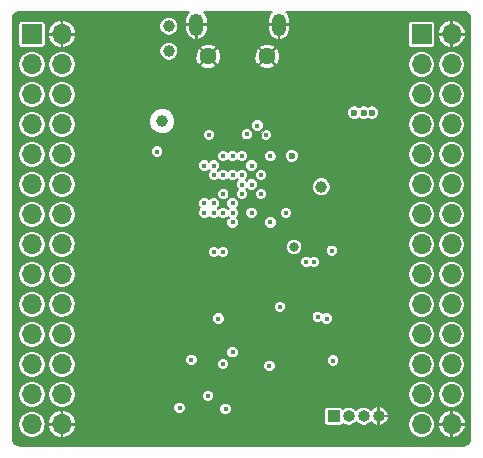
<source format=gbr>
G04 #@! TF.GenerationSoftware,KiCad,Pcbnew,5.0.2-bee76a0~70~ubuntu18.04.1*
G04 #@! TF.CreationDate,2018-12-10T15:17:23+01:00*
G04 #@! TF.ProjectId,sammyultra,73616d6d-7975-46c7-9472-612e6b696361,rev?*
G04 #@! TF.SameCoordinates,Original*
G04 #@! TF.FileFunction,Copper,L2,Inr*
G04 #@! TF.FilePolarity,Positive*
%FSLAX46Y46*%
G04 Gerber Fmt 4.6, Leading zero omitted, Abs format (unit mm)*
G04 Created by KiCad (PCBNEW 5.0.2-bee76a0~70~ubuntu18.04.1) date 2018-12-10T15:17:23 CET*
%MOMM*%
%LPD*%
G01*
G04 APERTURE LIST*
G04 #@! TA.AperFunction,ViaPad*
%ADD10C,1.000000*%
G04 #@! TD*
G04 #@! TA.AperFunction,ViaPad*
%ADD11O,1.700000X1.700000*%
G04 #@! TD*
G04 #@! TA.AperFunction,ViaPad*
%ADD12R,1.700000X1.700000*%
G04 #@! TD*
G04 #@! TA.AperFunction,ViaPad*
%ADD13R,1.000000X1.000000*%
G04 #@! TD*
G04 #@! TA.AperFunction,ViaPad*
%ADD14O,1.000000X1.000000*%
G04 #@! TD*
G04 #@! TA.AperFunction,ViaPad*
%ADD15C,1.450000*%
G04 #@! TD*
G04 #@! TA.AperFunction,ViaPad*
%ADD16O,1.200000X1.900000*%
G04 #@! TD*
G04 #@! TA.AperFunction,ViaPad*
%ADD17C,0.450000*%
G04 #@! TD*
G04 #@! TA.AperFunction,ViaPad*
%ADD18C,0.600000*%
G04 #@! TD*
G04 #@! TA.AperFunction,ViaPad*
%ADD19C,0.800000*%
G04 #@! TD*
G04 #@! TA.AperFunction,Conductor*
%ADD20C,0.088900*%
G04 #@! TD*
G04 #@! TA.AperFunction,Conductor*
%ADD21C,0.200000*%
G04 #@! TD*
G04 APERTURE END LIST*
D10*
G04 #@! TO.N,/USB_D_M*
G04 #@! TO.C,TP10*
X89600000Y-81600000D03*
G04 #@! TD*
G04 #@! TO.N,/USB_D_P*
G04 #@! TO.C,TP9*
X89600000Y-83700000D03*
G04 #@! TD*
G04 #@! TO.N,/ERASE*
G04 #@! TO.C,TP8*
X102500000Y-95200000D03*
G04 #@! TD*
G04 #@! TO.N,+1V8*
G04 #@! TO.C,TP1*
X89050000Y-89650000D03*
G04 #@! TD*
D11*
G04 #@! TO.N,GND*
G04 #@! TO.C,J3*
X80540000Y-115300000D03*
G04 #@! TO.N,+3V3*
X78000000Y-115300000D03*
G04 #@! TO.N,/PA2*
X80540000Y-112760000D03*
G04 #@! TO.N,/PA1*
X78000000Y-112760000D03*
G04 #@! TO.N,/PA0*
X80540000Y-110220000D03*
G04 #@! TO.N,/PA25*
X78000000Y-110220000D03*
G04 #@! TO.N,/PA26*
X80540000Y-107680000D03*
G04 #@! TO.N,/PA23*
X78000000Y-107680000D03*
G04 #@! TO.N,/PA21*
X80540000Y-105140000D03*
G04 #@! TO.N,/PA20*
X78000000Y-105140000D03*
G04 #@! TO.N,/PA17*
X80540000Y-102600000D03*
G04 #@! TO.N,/PA19*
X78000000Y-102600000D03*
G04 #@! TO.N,/PA14*
X80540000Y-100060000D03*
G04 #@! TO.N,/PA16*
X78000000Y-100060000D03*
G04 #@! TO.N,/PB4*
X80540000Y-97520000D03*
G04 #@! TO.N,/PB3*
X78000000Y-97520000D03*
G04 #@! TO.N,/PA30*
X80540000Y-94980000D03*
G04 #@! TO.N,/PB8*
X78000000Y-94980000D03*
G04 #@! TO.N,/PB5*
X80540000Y-92440000D03*
G04 #@! TO.N,/PB7*
X78000000Y-92440000D03*
G04 #@! TO.N,/PB6*
X80540000Y-89900000D03*
G04 #@! TO.N,/PB2*
X78000000Y-89900000D03*
G04 #@! TO.N,/PB11*
X80540000Y-87360000D03*
G04 #@! TO.N,/PB12*
X78000000Y-87360000D03*
G04 #@! TO.N,/PB1*
X80540000Y-84820000D03*
G04 #@! TO.N,/PA29*
X78000000Y-84820000D03*
G04 #@! TO.N,GND*
X80540000Y-82280000D03*
D12*
G04 #@! TO.N,+3V3*
X78000000Y-82280000D03*
G04 #@! TD*
G04 #@! TO.N,+3V3*
G04 #@! TO.C,J5*
X111000000Y-82280000D03*
D11*
G04 #@! TO.N,GND*
X113540000Y-82280000D03*
G04 #@! TO.N,/PA22*
X111000000Y-84820000D03*
G04 #@! TO.N,/PB13*
X113540000Y-84820000D03*
G04 #@! TO.N,/PB0*
X111000000Y-87360000D03*
G04 #@! TO.N,/PA28*
X113540000Y-87360000D03*
G04 #@! TO.N,/PA31*
X111000000Y-89900000D03*
G04 #@! TO.N,/PB14*
X113540000Y-89900000D03*
G04 #@! TO.N,/PB9*
X111000000Y-92440000D03*
G04 #@! TO.N,/PB20*
X113540000Y-92440000D03*
G04 #@! TO.N,/PB22*
X111000000Y-94980000D03*
G04 #@! TO.N,/PB16*
X113540000Y-94980000D03*
G04 #@! TO.N,/PB10*
X111000000Y-97520000D03*
G04 #@! TO.N,/PB15*
X113540000Y-97520000D03*
G04 #@! TO.N,/PB18*
X111000000Y-100060000D03*
G04 #@! TO.N,/PB17*
X113540000Y-100060000D03*
G04 #@! TO.N,/PB19*
X111000000Y-102600000D03*
G04 #@! TO.N,/PB21*
X113540000Y-102600000D03*
G04 #@! TO.N,/PB24*
X111000000Y-105140000D03*
G04 #@! TO.N,/PB23*
X113540000Y-105140000D03*
G04 #@! TO.N,/PA12*
X111000000Y-107680000D03*
G04 #@! TO.N,/PA11*
X113540000Y-107680000D03*
G04 #@! TO.N,/PA9*
X111000000Y-110220000D03*
G04 #@! TO.N,/PA10*
X113540000Y-110220000D03*
G04 #@! TO.N,/PA24*
X111000000Y-112760000D03*
G04 #@! TO.N,/PA18*
X113540000Y-112760000D03*
G04 #@! TO.N,+3V3*
X111000000Y-115300000D03*
G04 #@! TO.N,GND*
X113540000Y-115300000D03*
G04 #@! TD*
D13*
G04 #@! TO.N,/SWDIO*
G04 #@! TO.C,J4*
X103550000Y-114600000D03*
D14*
G04 #@! TO.N,+3V3*
X104820000Y-114600000D03*
G04 #@! TO.N,/SWCLK*
X106090000Y-114600000D03*
G04 #@! TO.N,GND*
X107360000Y-114600000D03*
G04 #@! TD*
D15*
G04 #@! TO.N,GND*
G04 #@! TO.C,J1*
X97930000Y-84152500D03*
X92930000Y-84152500D03*
D16*
X98930000Y-81452500D03*
X91930000Y-81452500D03*
G04 #@! TD*
D17*
G04 #@! TO.N,+1V8*
X97800000Y-90800000D03*
X93000000Y-90800000D03*
X93400000Y-94200000D03*
X96600000Y-93400000D03*
X98200000Y-98200000D03*
X95000005Y-98200948D03*
X94999058Y-96600011D03*
G04 #@! TO.N,GND*
X95000000Y-95000000D03*
X96600000Y-96600000D03*
X97400000Y-93400000D03*
X95000000Y-91800000D03*
X90600000Y-93000000D03*
X100700000Y-87600000D03*
X98200000Y-91800000D03*
X89800000Y-104400000D03*
X98100000Y-105600000D03*
D18*
X105000000Y-86600000D03*
D17*
X89200000Y-116300000D03*
X92600000Y-116300000D03*
X100600000Y-116300000D03*
X107800000Y-85300000D03*
X108100000Y-95450000D03*
X99100000Y-87600000D03*
X93600000Y-88600000D03*
X99700000Y-90700000D03*
X101800000Y-92600000D03*
X101500000Y-97800000D03*
X106600000Y-93200000D03*
X108100000Y-90100000D03*
X98995188Y-99795188D03*
X104300000Y-105500000D03*
X99700000Y-103600000D03*
G04 #@! TO.N,+3V3*
X88600000Y-92200000D03*
X95000000Y-92600000D03*
X98200000Y-92600000D03*
X95800000Y-95000000D03*
X94400000Y-114000000D03*
D18*
X105300000Y-88900000D03*
X106800000Y-88900000D03*
X106100006Y-88900000D03*
D17*
X99515000Y-97400000D03*
D19*
X100200000Y-100300000D03*
D17*
X103500000Y-109900000D03*
X95000000Y-94200000D03*
D18*
X100000000Y-92566629D03*
D17*
G04 #@! TO.N,/ERASE*
X95800004Y-95800948D03*
G04 #@! TO.N,/SWCLK*
X101900000Y-101550000D03*
X102950000Y-106350000D03*
G04 #@! TO.N,/SWDIO*
X101250000Y-101550000D03*
X102200000Y-106200000D03*
G04 #@! TO.N,/PA28*
X95800000Y-92600000D03*
G04 #@! TO.N,/PB0*
X94200000Y-92600000D03*
G04 #@! TO.N,/PB14*
X97400000Y-94200000D03*
G04 #@! TO.N,/PB9*
X95800000Y-94200000D03*
G04 #@! TO.N,/PA31*
X94200000Y-94200000D03*
G04 #@! TO.N,/PB13*
X93400000Y-93400000D03*
G04 #@! TO.N,/PA22*
X92600000Y-93400000D03*
G04 #@! TO.N,/PB20*
X96600957Y-94999996D03*
G04 #@! TO.N,/PB22*
X97400000Y-95800000D03*
G04 #@! TO.N,/PB16*
X94204931Y-95805949D03*
G04 #@! TO.N,/PB15*
X93400000Y-96600000D03*
G04 #@! TO.N,/PA18*
X92600000Y-96600000D03*
G04 #@! TO.N,/PA10*
X95000000Y-97400000D03*
G04 #@! TO.N,/PA24*
X92600000Y-97400000D03*
G04 #@! TO.N,/~RSTB~*
X96600000Y-97400000D03*
X103400000Y-100600000D03*
G04 #@! TO.N,/DFSDM*
X97100000Y-90000000D03*
X96200000Y-90741640D03*
G04 #@! TO.N,/MCDA1*
X94200000Y-97400000D03*
X90500000Y-113900000D03*
X94200000Y-100700000D03*
X94200000Y-110200000D03*
X95000000Y-109200000D03*
G04 #@! TO.N,/MCDA0*
X91505000Y-109850000D03*
G04 #@! TO.N,/MCCK*
X93400000Y-97400000D03*
X93400000Y-100700000D03*
X92900000Y-112900000D03*
G04 #@! TO.N,/MCCDA*
X93800000Y-106350000D03*
G04 #@! TO.N,/MCDA3*
X99000000Y-105350000D03*
G04 #@! TO.N,/MCDA2*
X98105000Y-110350000D03*
G04 #@! TD*
D20*
G04 #@! TO.N,GND*
X100469640Y-87600000D02*
X100700000Y-87600000D01*
X97400000Y-93400000D02*
X97400000Y-90669640D01*
X97400000Y-90669640D02*
X100469640Y-87600000D01*
G04 #@! TD*
D21*
G04 #@! TO.N,GND*
G36*
X91274512Y-80408828D02*
X91058951Y-80712475D01*
X90976000Y-81075500D01*
X90976000Y-81425500D01*
X91903000Y-81425500D01*
X91903000Y-81405500D01*
X91957000Y-81405500D01*
X91957000Y-81425500D01*
X92884000Y-81425500D01*
X92884000Y-81075500D01*
X92801049Y-80712475D01*
X92585488Y-80408828D01*
X92531622Y-80375000D01*
X98328378Y-80375000D01*
X98274512Y-80408828D01*
X98058951Y-80712475D01*
X97976000Y-81075500D01*
X97976000Y-81425500D01*
X98903000Y-81425500D01*
X98903000Y-81405500D01*
X98957000Y-81405500D01*
X98957000Y-81425500D01*
X99884000Y-81425500D01*
X99884000Y-81075500D01*
X99801049Y-80712475D01*
X99585488Y-80408828D01*
X99531622Y-80375000D01*
X114463063Y-80375000D01*
X114736367Y-80429363D01*
X114936747Y-80563253D01*
X115070637Y-80763632D01*
X115125001Y-81036941D01*
X115125000Y-116463064D01*
X115070637Y-116736368D01*
X114936747Y-116936747D01*
X114736367Y-117070637D01*
X114463063Y-117125000D01*
X77036936Y-117125000D01*
X76763632Y-117070637D01*
X76563253Y-116936747D01*
X76429363Y-116736367D01*
X76375000Y-116463063D01*
X76375000Y-115300000D01*
X76827471Y-115300000D01*
X76916724Y-115748707D01*
X77170897Y-116129103D01*
X77551293Y-116383276D01*
X77886739Y-116450000D01*
X78113261Y-116450000D01*
X78448707Y-116383276D01*
X78829103Y-116129103D01*
X79083276Y-115748707D01*
X79129769Y-115514967D01*
X79355346Y-115514967D01*
X79363255Y-115554745D01*
X79550316Y-115985674D01*
X79888047Y-116312216D01*
X80325032Y-116484657D01*
X80513000Y-116415200D01*
X80513000Y-115327000D01*
X80567000Y-115327000D01*
X80567000Y-116415200D01*
X80754968Y-116484657D01*
X81191953Y-116312216D01*
X81529684Y-115985674D01*
X81716745Y-115554745D01*
X81724654Y-115514967D01*
X81655173Y-115327000D01*
X80567000Y-115327000D01*
X80513000Y-115327000D01*
X79424827Y-115327000D01*
X79355346Y-115514967D01*
X79129769Y-115514967D01*
X79172529Y-115300000D01*
X79129770Y-115085033D01*
X79355346Y-115085033D01*
X79424827Y-115273000D01*
X80513000Y-115273000D01*
X80513000Y-114184800D01*
X80567000Y-114184800D01*
X80567000Y-115273000D01*
X81655173Y-115273000D01*
X81724654Y-115085033D01*
X81716745Y-115045255D01*
X81529684Y-114614326D01*
X81191953Y-114287784D01*
X80754968Y-114115343D01*
X80567000Y-114184800D01*
X80513000Y-114184800D01*
X80325032Y-114115343D01*
X79888047Y-114287784D01*
X79550316Y-114614326D01*
X79363255Y-115045255D01*
X79355346Y-115085033D01*
X79129770Y-115085033D01*
X79083276Y-114851293D01*
X78829103Y-114470897D01*
X78448707Y-114216724D01*
X78113261Y-114150000D01*
X77886739Y-114150000D01*
X77551293Y-114216724D01*
X77170897Y-114470897D01*
X76916724Y-114851293D01*
X76827471Y-115300000D01*
X76375000Y-115300000D01*
X76375000Y-112760000D01*
X76827471Y-112760000D01*
X76916724Y-113208707D01*
X77170897Y-113589103D01*
X77551293Y-113843276D01*
X77886739Y-113910000D01*
X78113261Y-113910000D01*
X78448707Y-113843276D01*
X78829103Y-113589103D01*
X79083276Y-113208707D01*
X79172529Y-112760000D01*
X79367471Y-112760000D01*
X79456724Y-113208707D01*
X79710897Y-113589103D01*
X80091293Y-113843276D01*
X80426739Y-113910000D01*
X80653261Y-113910000D01*
X80988707Y-113843276D01*
X81060102Y-113795571D01*
X89975000Y-113795571D01*
X89975000Y-114004429D01*
X90054927Y-114197388D01*
X90202612Y-114345073D01*
X90395571Y-114425000D01*
X90604429Y-114425000D01*
X90797388Y-114345073D01*
X90945073Y-114197388D01*
X91025000Y-114004429D01*
X91025000Y-113895571D01*
X93875000Y-113895571D01*
X93875000Y-114104429D01*
X93954927Y-114297388D01*
X94102612Y-114445073D01*
X94295571Y-114525000D01*
X94504429Y-114525000D01*
X94697388Y-114445073D01*
X94845073Y-114297388D01*
X94925000Y-114104429D01*
X94925000Y-114100000D01*
X102744123Y-114100000D01*
X102744123Y-115100000D01*
X102767407Y-115217054D01*
X102833712Y-115316288D01*
X102932946Y-115382593D01*
X103050000Y-115405877D01*
X104050000Y-115405877D01*
X104167054Y-115382593D01*
X104266288Y-115316288D01*
X104323621Y-115230481D01*
X104507856Y-115353583D01*
X104741211Y-115400000D01*
X104898789Y-115400000D01*
X105132144Y-115353583D01*
X105396767Y-115176767D01*
X105455000Y-115089615D01*
X105513233Y-115176767D01*
X105777856Y-115353583D01*
X106011211Y-115400000D01*
X106168789Y-115400000D01*
X106402144Y-115353583D01*
X106666767Y-115176767D01*
X106701394Y-115124943D01*
X106880124Y-115306428D01*
X107186991Y-115436295D01*
X107199804Y-115438840D01*
X107333000Y-115365024D01*
X107333000Y-114627000D01*
X107387000Y-114627000D01*
X107387000Y-115365024D01*
X107520196Y-115438840D01*
X107533009Y-115436295D01*
X107839876Y-115306428D01*
X107846206Y-115300000D01*
X109827471Y-115300000D01*
X109916724Y-115748707D01*
X110170897Y-116129103D01*
X110551293Y-116383276D01*
X110886739Y-116450000D01*
X111113261Y-116450000D01*
X111448707Y-116383276D01*
X111829103Y-116129103D01*
X112083276Y-115748707D01*
X112129769Y-115514967D01*
X112355346Y-115514967D01*
X112363255Y-115554745D01*
X112550316Y-115985674D01*
X112888047Y-116312216D01*
X113325032Y-116484657D01*
X113513000Y-116415200D01*
X113513000Y-115327000D01*
X113567000Y-115327000D01*
X113567000Y-116415200D01*
X113754968Y-116484657D01*
X114191953Y-116312216D01*
X114529684Y-115985674D01*
X114716745Y-115554745D01*
X114724654Y-115514967D01*
X114655173Y-115327000D01*
X113567000Y-115327000D01*
X113513000Y-115327000D01*
X112424827Y-115327000D01*
X112355346Y-115514967D01*
X112129769Y-115514967D01*
X112172529Y-115300000D01*
X112129770Y-115085033D01*
X112355346Y-115085033D01*
X112424827Y-115273000D01*
X113513000Y-115273000D01*
X113513000Y-114184800D01*
X113567000Y-114184800D01*
X113567000Y-115273000D01*
X114655173Y-115273000D01*
X114724654Y-115085033D01*
X114716745Y-115045255D01*
X114529684Y-114614326D01*
X114191953Y-114287784D01*
X113754968Y-114115343D01*
X113567000Y-114184800D01*
X113513000Y-114184800D01*
X113325032Y-114115343D01*
X112888047Y-114287784D01*
X112550316Y-114614326D01*
X112363255Y-115045255D01*
X112355346Y-115085033D01*
X112129770Y-115085033D01*
X112083276Y-114851293D01*
X111829103Y-114470897D01*
X111448707Y-114216724D01*
X111113261Y-114150000D01*
X110886739Y-114150000D01*
X110551293Y-114216724D01*
X110170897Y-114470897D01*
X109916724Y-114851293D01*
X109827471Y-115300000D01*
X107846206Y-115300000D01*
X108073686Y-115069014D01*
X108198844Y-114760196D01*
X108125077Y-114627000D01*
X107387000Y-114627000D01*
X107333000Y-114627000D01*
X107313000Y-114627000D01*
X107313000Y-114573000D01*
X107333000Y-114573000D01*
X107333000Y-113834976D01*
X107387000Y-113834976D01*
X107387000Y-114573000D01*
X108125077Y-114573000D01*
X108198844Y-114439804D01*
X108073686Y-114130986D01*
X107839876Y-113893572D01*
X107533009Y-113763705D01*
X107520196Y-113761160D01*
X107387000Y-113834976D01*
X107333000Y-113834976D01*
X107199804Y-113761160D01*
X107186991Y-113763705D01*
X106880124Y-113893572D01*
X106701394Y-114075057D01*
X106666767Y-114023233D01*
X106402144Y-113846417D01*
X106168789Y-113800000D01*
X106011211Y-113800000D01*
X105777856Y-113846417D01*
X105513233Y-114023233D01*
X105455000Y-114110385D01*
X105396767Y-114023233D01*
X105132144Y-113846417D01*
X104898789Y-113800000D01*
X104741211Y-113800000D01*
X104507856Y-113846417D01*
X104323621Y-113969519D01*
X104266288Y-113883712D01*
X104167054Y-113817407D01*
X104050000Y-113794123D01*
X103050000Y-113794123D01*
X102932946Y-113817407D01*
X102833712Y-113883712D01*
X102767407Y-113982946D01*
X102744123Y-114100000D01*
X94925000Y-114100000D01*
X94925000Y-113895571D01*
X94845073Y-113702612D01*
X94697388Y-113554927D01*
X94504429Y-113475000D01*
X94295571Y-113475000D01*
X94102612Y-113554927D01*
X93954927Y-113702612D01*
X93875000Y-113895571D01*
X91025000Y-113895571D01*
X91025000Y-113795571D01*
X90945073Y-113602612D01*
X90797388Y-113454927D01*
X90604429Y-113375000D01*
X90395571Y-113375000D01*
X90202612Y-113454927D01*
X90054927Y-113602612D01*
X89975000Y-113795571D01*
X81060102Y-113795571D01*
X81369103Y-113589103D01*
X81623276Y-113208707D01*
X81705453Y-112795571D01*
X92375000Y-112795571D01*
X92375000Y-113004429D01*
X92454927Y-113197388D01*
X92602612Y-113345073D01*
X92795571Y-113425000D01*
X93004429Y-113425000D01*
X93197388Y-113345073D01*
X93345073Y-113197388D01*
X93425000Y-113004429D01*
X93425000Y-112795571D01*
X93410266Y-112760000D01*
X109827471Y-112760000D01*
X109916724Y-113208707D01*
X110170897Y-113589103D01*
X110551293Y-113843276D01*
X110886739Y-113910000D01*
X111113261Y-113910000D01*
X111448707Y-113843276D01*
X111829103Y-113589103D01*
X112083276Y-113208707D01*
X112172529Y-112760000D01*
X112367471Y-112760000D01*
X112456724Y-113208707D01*
X112710897Y-113589103D01*
X113091293Y-113843276D01*
X113426739Y-113910000D01*
X113653261Y-113910000D01*
X113988707Y-113843276D01*
X114369103Y-113589103D01*
X114623276Y-113208707D01*
X114712529Y-112760000D01*
X114623276Y-112311293D01*
X114369103Y-111930897D01*
X113988707Y-111676724D01*
X113653261Y-111610000D01*
X113426739Y-111610000D01*
X113091293Y-111676724D01*
X112710897Y-111930897D01*
X112456724Y-112311293D01*
X112367471Y-112760000D01*
X112172529Y-112760000D01*
X112083276Y-112311293D01*
X111829103Y-111930897D01*
X111448707Y-111676724D01*
X111113261Y-111610000D01*
X110886739Y-111610000D01*
X110551293Y-111676724D01*
X110170897Y-111930897D01*
X109916724Y-112311293D01*
X109827471Y-112760000D01*
X93410266Y-112760000D01*
X93345073Y-112602612D01*
X93197388Y-112454927D01*
X93004429Y-112375000D01*
X92795571Y-112375000D01*
X92602612Y-112454927D01*
X92454927Y-112602612D01*
X92375000Y-112795571D01*
X81705453Y-112795571D01*
X81712529Y-112760000D01*
X81623276Y-112311293D01*
X81369103Y-111930897D01*
X80988707Y-111676724D01*
X80653261Y-111610000D01*
X80426739Y-111610000D01*
X80091293Y-111676724D01*
X79710897Y-111930897D01*
X79456724Y-112311293D01*
X79367471Y-112760000D01*
X79172529Y-112760000D01*
X79083276Y-112311293D01*
X78829103Y-111930897D01*
X78448707Y-111676724D01*
X78113261Y-111610000D01*
X77886739Y-111610000D01*
X77551293Y-111676724D01*
X77170897Y-111930897D01*
X76916724Y-112311293D01*
X76827471Y-112760000D01*
X76375000Y-112760000D01*
X76375000Y-110220000D01*
X76827471Y-110220000D01*
X76916724Y-110668707D01*
X77170897Y-111049103D01*
X77551293Y-111303276D01*
X77886739Y-111370000D01*
X78113261Y-111370000D01*
X78448707Y-111303276D01*
X78829103Y-111049103D01*
X79083276Y-110668707D01*
X79172529Y-110220000D01*
X79367471Y-110220000D01*
X79456724Y-110668707D01*
X79710897Y-111049103D01*
X80091293Y-111303276D01*
X80426739Y-111370000D01*
X80653261Y-111370000D01*
X80988707Y-111303276D01*
X81369103Y-111049103D01*
X81623276Y-110668707D01*
X81712529Y-110220000D01*
X81623276Y-109771293D01*
X81606090Y-109745571D01*
X90980000Y-109745571D01*
X90980000Y-109954429D01*
X91059927Y-110147388D01*
X91207612Y-110295073D01*
X91400571Y-110375000D01*
X91609429Y-110375000D01*
X91802388Y-110295073D01*
X91950073Y-110147388D01*
X91971536Y-110095571D01*
X93675000Y-110095571D01*
X93675000Y-110304429D01*
X93754927Y-110497388D01*
X93902612Y-110645073D01*
X94095571Y-110725000D01*
X94304429Y-110725000D01*
X94497388Y-110645073D01*
X94645073Y-110497388D01*
X94725000Y-110304429D01*
X94725000Y-110245571D01*
X97580000Y-110245571D01*
X97580000Y-110454429D01*
X97659927Y-110647388D01*
X97807612Y-110795073D01*
X98000571Y-110875000D01*
X98209429Y-110875000D01*
X98402388Y-110795073D01*
X98550073Y-110647388D01*
X98630000Y-110454429D01*
X98630000Y-110245571D01*
X98550073Y-110052612D01*
X98402388Y-109904927D01*
X98209429Y-109825000D01*
X98000571Y-109825000D01*
X97807612Y-109904927D01*
X97659927Y-110052612D01*
X97580000Y-110245571D01*
X94725000Y-110245571D01*
X94725000Y-110095571D01*
X94645073Y-109902612D01*
X94538032Y-109795571D01*
X102975000Y-109795571D01*
X102975000Y-110004429D01*
X103054927Y-110197388D01*
X103202612Y-110345073D01*
X103395571Y-110425000D01*
X103604429Y-110425000D01*
X103797388Y-110345073D01*
X103922461Y-110220000D01*
X109827471Y-110220000D01*
X109916724Y-110668707D01*
X110170897Y-111049103D01*
X110551293Y-111303276D01*
X110886739Y-111370000D01*
X111113261Y-111370000D01*
X111448707Y-111303276D01*
X111829103Y-111049103D01*
X112083276Y-110668707D01*
X112172529Y-110220000D01*
X112367471Y-110220000D01*
X112456724Y-110668707D01*
X112710897Y-111049103D01*
X113091293Y-111303276D01*
X113426739Y-111370000D01*
X113653261Y-111370000D01*
X113988707Y-111303276D01*
X114369103Y-111049103D01*
X114623276Y-110668707D01*
X114712529Y-110220000D01*
X114623276Y-109771293D01*
X114369103Y-109390897D01*
X113988707Y-109136724D01*
X113653261Y-109070000D01*
X113426739Y-109070000D01*
X113091293Y-109136724D01*
X112710897Y-109390897D01*
X112456724Y-109771293D01*
X112367471Y-110220000D01*
X112172529Y-110220000D01*
X112083276Y-109771293D01*
X111829103Y-109390897D01*
X111448707Y-109136724D01*
X111113261Y-109070000D01*
X110886739Y-109070000D01*
X110551293Y-109136724D01*
X110170897Y-109390897D01*
X109916724Y-109771293D01*
X109827471Y-110220000D01*
X103922461Y-110220000D01*
X103945073Y-110197388D01*
X104025000Y-110004429D01*
X104025000Y-109795571D01*
X103945073Y-109602612D01*
X103797388Y-109454927D01*
X103604429Y-109375000D01*
X103395571Y-109375000D01*
X103202612Y-109454927D01*
X103054927Y-109602612D01*
X102975000Y-109795571D01*
X94538032Y-109795571D01*
X94497388Y-109754927D01*
X94304429Y-109675000D01*
X94095571Y-109675000D01*
X93902612Y-109754927D01*
X93754927Y-109902612D01*
X93675000Y-110095571D01*
X91971536Y-110095571D01*
X92030000Y-109954429D01*
X92030000Y-109745571D01*
X91950073Y-109552612D01*
X91802388Y-109404927D01*
X91609429Y-109325000D01*
X91400571Y-109325000D01*
X91207612Y-109404927D01*
X91059927Y-109552612D01*
X90980000Y-109745571D01*
X81606090Y-109745571D01*
X81369103Y-109390897D01*
X80988707Y-109136724D01*
X80781816Y-109095571D01*
X94475000Y-109095571D01*
X94475000Y-109304429D01*
X94554927Y-109497388D01*
X94702612Y-109645073D01*
X94895571Y-109725000D01*
X95104429Y-109725000D01*
X95297388Y-109645073D01*
X95445073Y-109497388D01*
X95525000Y-109304429D01*
X95525000Y-109095571D01*
X95445073Y-108902612D01*
X95297388Y-108754927D01*
X95104429Y-108675000D01*
X94895571Y-108675000D01*
X94702612Y-108754927D01*
X94554927Y-108902612D01*
X94475000Y-109095571D01*
X80781816Y-109095571D01*
X80653261Y-109070000D01*
X80426739Y-109070000D01*
X80091293Y-109136724D01*
X79710897Y-109390897D01*
X79456724Y-109771293D01*
X79367471Y-110220000D01*
X79172529Y-110220000D01*
X79083276Y-109771293D01*
X78829103Y-109390897D01*
X78448707Y-109136724D01*
X78113261Y-109070000D01*
X77886739Y-109070000D01*
X77551293Y-109136724D01*
X77170897Y-109390897D01*
X76916724Y-109771293D01*
X76827471Y-110220000D01*
X76375000Y-110220000D01*
X76375000Y-107680000D01*
X76827471Y-107680000D01*
X76916724Y-108128707D01*
X77170897Y-108509103D01*
X77551293Y-108763276D01*
X77886739Y-108830000D01*
X78113261Y-108830000D01*
X78448707Y-108763276D01*
X78829103Y-108509103D01*
X79083276Y-108128707D01*
X79172529Y-107680000D01*
X79367471Y-107680000D01*
X79456724Y-108128707D01*
X79710897Y-108509103D01*
X80091293Y-108763276D01*
X80426739Y-108830000D01*
X80653261Y-108830000D01*
X80988707Y-108763276D01*
X81369103Y-108509103D01*
X81623276Y-108128707D01*
X81712529Y-107680000D01*
X109827471Y-107680000D01*
X109916724Y-108128707D01*
X110170897Y-108509103D01*
X110551293Y-108763276D01*
X110886739Y-108830000D01*
X111113261Y-108830000D01*
X111448707Y-108763276D01*
X111829103Y-108509103D01*
X112083276Y-108128707D01*
X112172529Y-107680000D01*
X112367471Y-107680000D01*
X112456724Y-108128707D01*
X112710897Y-108509103D01*
X113091293Y-108763276D01*
X113426739Y-108830000D01*
X113653261Y-108830000D01*
X113988707Y-108763276D01*
X114369103Y-108509103D01*
X114623276Y-108128707D01*
X114712529Y-107680000D01*
X114623276Y-107231293D01*
X114369103Y-106850897D01*
X113988707Y-106596724D01*
X113653261Y-106530000D01*
X113426739Y-106530000D01*
X113091293Y-106596724D01*
X112710897Y-106850897D01*
X112456724Y-107231293D01*
X112367471Y-107680000D01*
X112172529Y-107680000D01*
X112083276Y-107231293D01*
X111829103Y-106850897D01*
X111448707Y-106596724D01*
X111113261Y-106530000D01*
X110886739Y-106530000D01*
X110551293Y-106596724D01*
X110170897Y-106850897D01*
X109916724Y-107231293D01*
X109827471Y-107680000D01*
X81712529Y-107680000D01*
X81623276Y-107231293D01*
X81369103Y-106850897D01*
X80988707Y-106596724D01*
X80653261Y-106530000D01*
X80426739Y-106530000D01*
X80091293Y-106596724D01*
X79710897Y-106850897D01*
X79456724Y-107231293D01*
X79367471Y-107680000D01*
X79172529Y-107680000D01*
X79083276Y-107231293D01*
X78829103Y-106850897D01*
X78448707Y-106596724D01*
X78113261Y-106530000D01*
X77886739Y-106530000D01*
X77551293Y-106596724D01*
X77170897Y-106850897D01*
X76916724Y-107231293D01*
X76827471Y-107680000D01*
X76375000Y-107680000D01*
X76375000Y-105140000D01*
X76827471Y-105140000D01*
X76916724Y-105588707D01*
X77170897Y-105969103D01*
X77551293Y-106223276D01*
X77886739Y-106290000D01*
X78113261Y-106290000D01*
X78448707Y-106223276D01*
X78829103Y-105969103D01*
X79083276Y-105588707D01*
X79172529Y-105140000D01*
X79367471Y-105140000D01*
X79456724Y-105588707D01*
X79710897Y-105969103D01*
X80091293Y-106223276D01*
X80426739Y-106290000D01*
X80653261Y-106290000D01*
X80876621Y-106245571D01*
X93275000Y-106245571D01*
X93275000Y-106454429D01*
X93354927Y-106647388D01*
X93502612Y-106795073D01*
X93695571Y-106875000D01*
X93904429Y-106875000D01*
X94097388Y-106795073D01*
X94245073Y-106647388D01*
X94325000Y-106454429D01*
X94325000Y-106245571D01*
X94262868Y-106095571D01*
X101675000Y-106095571D01*
X101675000Y-106304429D01*
X101754927Y-106497388D01*
X101902612Y-106645073D01*
X102095571Y-106725000D01*
X102304429Y-106725000D01*
X102497388Y-106645073D01*
X102502041Y-106640420D01*
X102504927Y-106647388D01*
X102652612Y-106795073D01*
X102845571Y-106875000D01*
X103054429Y-106875000D01*
X103247388Y-106795073D01*
X103395073Y-106647388D01*
X103475000Y-106454429D01*
X103475000Y-106245571D01*
X103395073Y-106052612D01*
X103247388Y-105904927D01*
X103054429Y-105825000D01*
X102845571Y-105825000D01*
X102652612Y-105904927D01*
X102647959Y-105909580D01*
X102645073Y-105902612D01*
X102497388Y-105754927D01*
X102304429Y-105675000D01*
X102095571Y-105675000D01*
X101902612Y-105754927D01*
X101754927Y-105902612D01*
X101675000Y-106095571D01*
X94262868Y-106095571D01*
X94245073Y-106052612D01*
X94097388Y-105904927D01*
X93904429Y-105825000D01*
X93695571Y-105825000D01*
X93502612Y-105904927D01*
X93354927Y-106052612D01*
X93275000Y-106245571D01*
X80876621Y-106245571D01*
X80988707Y-106223276D01*
X81369103Y-105969103D01*
X81623276Y-105588707D01*
X81691529Y-105245571D01*
X98475000Y-105245571D01*
X98475000Y-105454429D01*
X98554927Y-105647388D01*
X98702612Y-105795073D01*
X98895571Y-105875000D01*
X99104429Y-105875000D01*
X99297388Y-105795073D01*
X99445073Y-105647388D01*
X99525000Y-105454429D01*
X99525000Y-105245571D01*
X99481271Y-105140000D01*
X109827471Y-105140000D01*
X109916724Y-105588707D01*
X110170897Y-105969103D01*
X110551293Y-106223276D01*
X110886739Y-106290000D01*
X111113261Y-106290000D01*
X111448707Y-106223276D01*
X111829103Y-105969103D01*
X112083276Y-105588707D01*
X112172529Y-105140000D01*
X112367471Y-105140000D01*
X112456724Y-105588707D01*
X112710897Y-105969103D01*
X113091293Y-106223276D01*
X113426739Y-106290000D01*
X113653261Y-106290000D01*
X113988707Y-106223276D01*
X114369103Y-105969103D01*
X114623276Y-105588707D01*
X114712529Y-105140000D01*
X114623276Y-104691293D01*
X114369103Y-104310897D01*
X113988707Y-104056724D01*
X113653261Y-103990000D01*
X113426739Y-103990000D01*
X113091293Y-104056724D01*
X112710897Y-104310897D01*
X112456724Y-104691293D01*
X112367471Y-105140000D01*
X112172529Y-105140000D01*
X112083276Y-104691293D01*
X111829103Y-104310897D01*
X111448707Y-104056724D01*
X111113261Y-103990000D01*
X110886739Y-103990000D01*
X110551293Y-104056724D01*
X110170897Y-104310897D01*
X109916724Y-104691293D01*
X109827471Y-105140000D01*
X99481271Y-105140000D01*
X99445073Y-105052612D01*
X99297388Y-104904927D01*
X99104429Y-104825000D01*
X98895571Y-104825000D01*
X98702612Y-104904927D01*
X98554927Y-105052612D01*
X98475000Y-105245571D01*
X81691529Y-105245571D01*
X81712529Y-105140000D01*
X81623276Y-104691293D01*
X81369103Y-104310897D01*
X80988707Y-104056724D01*
X80653261Y-103990000D01*
X80426739Y-103990000D01*
X80091293Y-104056724D01*
X79710897Y-104310897D01*
X79456724Y-104691293D01*
X79367471Y-105140000D01*
X79172529Y-105140000D01*
X79083276Y-104691293D01*
X78829103Y-104310897D01*
X78448707Y-104056724D01*
X78113261Y-103990000D01*
X77886739Y-103990000D01*
X77551293Y-104056724D01*
X77170897Y-104310897D01*
X76916724Y-104691293D01*
X76827471Y-105140000D01*
X76375000Y-105140000D01*
X76375000Y-102600000D01*
X76827471Y-102600000D01*
X76916724Y-103048707D01*
X77170897Y-103429103D01*
X77551293Y-103683276D01*
X77886739Y-103750000D01*
X78113261Y-103750000D01*
X78448707Y-103683276D01*
X78829103Y-103429103D01*
X79083276Y-103048707D01*
X79172529Y-102600000D01*
X79367471Y-102600000D01*
X79456724Y-103048707D01*
X79710897Y-103429103D01*
X80091293Y-103683276D01*
X80426739Y-103750000D01*
X80653261Y-103750000D01*
X80988707Y-103683276D01*
X81369103Y-103429103D01*
X81623276Y-103048707D01*
X81712529Y-102600000D01*
X109827471Y-102600000D01*
X109916724Y-103048707D01*
X110170897Y-103429103D01*
X110551293Y-103683276D01*
X110886739Y-103750000D01*
X111113261Y-103750000D01*
X111448707Y-103683276D01*
X111829103Y-103429103D01*
X112083276Y-103048707D01*
X112172529Y-102600000D01*
X112367471Y-102600000D01*
X112456724Y-103048707D01*
X112710897Y-103429103D01*
X113091293Y-103683276D01*
X113426739Y-103750000D01*
X113653261Y-103750000D01*
X113988707Y-103683276D01*
X114369103Y-103429103D01*
X114623276Y-103048707D01*
X114712529Y-102600000D01*
X114623276Y-102151293D01*
X114369103Y-101770897D01*
X113988707Y-101516724D01*
X113653261Y-101450000D01*
X113426739Y-101450000D01*
X113091293Y-101516724D01*
X112710897Y-101770897D01*
X112456724Y-102151293D01*
X112367471Y-102600000D01*
X112172529Y-102600000D01*
X112083276Y-102151293D01*
X111829103Y-101770897D01*
X111448707Y-101516724D01*
X111113261Y-101450000D01*
X110886739Y-101450000D01*
X110551293Y-101516724D01*
X110170897Y-101770897D01*
X109916724Y-102151293D01*
X109827471Y-102600000D01*
X81712529Y-102600000D01*
X81623276Y-102151293D01*
X81369103Y-101770897D01*
X80988707Y-101516724D01*
X80653261Y-101450000D01*
X80426739Y-101450000D01*
X80091293Y-101516724D01*
X79710897Y-101770897D01*
X79456724Y-102151293D01*
X79367471Y-102600000D01*
X79172529Y-102600000D01*
X79083276Y-102151293D01*
X78829103Y-101770897D01*
X78448707Y-101516724D01*
X78113261Y-101450000D01*
X77886739Y-101450000D01*
X77551293Y-101516724D01*
X77170897Y-101770897D01*
X76916724Y-102151293D01*
X76827471Y-102600000D01*
X76375000Y-102600000D01*
X76375000Y-101445571D01*
X100725000Y-101445571D01*
X100725000Y-101654429D01*
X100804927Y-101847388D01*
X100952612Y-101995073D01*
X101145571Y-102075000D01*
X101354429Y-102075000D01*
X101547388Y-101995073D01*
X101575000Y-101967461D01*
X101602612Y-101995073D01*
X101795571Y-102075000D01*
X102004429Y-102075000D01*
X102197388Y-101995073D01*
X102345073Y-101847388D01*
X102425000Y-101654429D01*
X102425000Y-101445571D01*
X102345073Y-101252612D01*
X102197388Y-101104927D01*
X102004429Y-101025000D01*
X101795571Y-101025000D01*
X101602612Y-101104927D01*
X101575000Y-101132539D01*
X101547388Y-101104927D01*
X101354429Y-101025000D01*
X101145571Y-101025000D01*
X100952612Y-101104927D01*
X100804927Y-101252612D01*
X100725000Y-101445571D01*
X76375000Y-101445571D01*
X76375000Y-100060000D01*
X76827471Y-100060000D01*
X76916724Y-100508707D01*
X77170897Y-100889103D01*
X77551293Y-101143276D01*
X77886739Y-101210000D01*
X78113261Y-101210000D01*
X78448707Y-101143276D01*
X78829103Y-100889103D01*
X79083276Y-100508707D01*
X79172529Y-100060000D01*
X79367471Y-100060000D01*
X79456724Y-100508707D01*
X79710897Y-100889103D01*
X80091293Y-101143276D01*
X80426739Y-101210000D01*
X80653261Y-101210000D01*
X80988707Y-101143276D01*
X81369103Y-100889103D01*
X81565235Y-100595571D01*
X92875000Y-100595571D01*
X92875000Y-100804429D01*
X92954927Y-100997388D01*
X93102612Y-101145073D01*
X93295571Y-101225000D01*
X93504429Y-101225000D01*
X93697388Y-101145073D01*
X93800000Y-101042461D01*
X93902612Y-101145073D01*
X94095571Y-101225000D01*
X94304429Y-101225000D01*
X94497388Y-101145073D01*
X94645073Y-100997388D01*
X94725000Y-100804429D01*
X94725000Y-100595571D01*
X94645073Y-100402612D01*
X94497388Y-100254927D01*
X94304429Y-100175000D01*
X94095571Y-100175000D01*
X93902612Y-100254927D01*
X93800000Y-100357539D01*
X93697388Y-100254927D01*
X93504429Y-100175000D01*
X93295571Y-100175000D01*
X93102612Y-100254927D01*
X92954927Y-100402612D01*
X92875000Y-100595571D01*
X81565235Y-100595571D01*
X81623276Y-100508707D01*
X81692486Y-100160761D01*
X99500000Y-100160761D01*
X99500000Y-100439239D01*
X99606568Y-100696518D01*
X99803482Y-100893432D01*
X100060761Y-101000000D01*
X100339239Y-101000000D01*
X100596518Y-100893432D01*
X100793432Y-100696518D01*
X100876666Y-100495571D01*
X102875000Y-100495571D01*
X102875000Y-100704429D01*
X102954927Y-100897388D01*
X103102612Y-101045073D01*
X103295571Y-101125000D01*
X103504429Y-101125000D01*
X103697388Y-101045073D01*
X103845073Y-100897388D01*
X103925000Y-100704429D01*
X103925000Y-100495571D01*
X103845073Y-100302612D01*
X103697388Y-100154927D01*
X103504429Y-100075000D01*
X103295571Y-100075000D01*
X103102612Y-100154927D01*
X102954927Y-100302612D01*
X102875000Y-100495571D01*
X100876666Y-100495571D01*
X100900000Y-100439239D01*
X100900000Y-100160761D01*
X100858264Y-100060000D01*
X109827471Y-100060000D01*
X109916724Y-100508707D01*
X110170897Y-100889103D01*
X110551293Y-101143276D01*
X110886739Y-101210000D01*
X111113261Y-101210000D01*
X111448707Y-101143276D01*
X111829103Y-100889103D01*
X112083276Y-100508707D01*
X112172529Y-100060000D01*
X112367471Y-100060000D01*
X112456724Y-100508707D01*
X112710897Y-100889103D01*
X113091293Y-101143276D01*
X113426739Y-101210000D01*
X113653261Y-101210000D01*
X113988707Y-101143276D01*
X114369103Y-100889103D01*
X114623276Y-100508707D01*
X114712529Y-100060000D01*
X114623276Y-99611293D01*
X114369103Y-99230897D01*
X113988707Y-98976724D01*
X113653261Y-98910000D01*
X113426739Y-98910000D01*
X113091293Y-98976724D01*
X112710897Y-99230897D01*
X112456724Y-99611293D01*
X112367471Y-100060000D01*
X112172529Y-100060000D01*
X112083276Y-99611293D01*
X111829103Y-99230897D01*
X111448707Y-98976724D01*
X111113261Y-98910000D01*
X110886739Y-98910000D01*
X110551293Y-98976724D01*
X110170897Y-99230897D01*
X109916724Y-99611293D01*
X109827471Y-100060000D01*
X100858264Y-100060000D01*
X100793432Y-99903482D01*
X100596518Y-99706568D01*
X100339239Y-99600000D01*
X100060761Y-99600000D01*
X99803482Y-99706568D01*
X99606568Y-99903482D01*
X99500000Y-100160761D01*
X81692486Y-100160761D01*
X81712529Y-100060000D01*
X81623276Y-99611293D01*
X81369103Y-99230897D01*
X80988707Y-98976724D01*
X80653261Y-98910000D01*
X80426739Y-98910000D01*
X80091293Y-98976724D01*
X79710897Y-99230897D01*
X79456724Y-99611293D01*
X79367471Y-100060000D01*
X79172529Y-100060000D01*
X79083276Y-99611293D01*
X78829103Y-99230897D01*
X78448707Y-98976724D01*
X78113261Y-98910000D01*
X77886739Y-98910000D01*
X77551293Y-98976724D01*
X77170897Y-99230897D01*
X76916724Y-99611293D01*
X76827471Y-100060000D01*
X76375000Y-100060000D01*
X76375000Y-97520000D01*
X76827471Y-97520000D01*
X76916724Y-97968707D01*
X77170897Y-98349103D01*
X77551293Y-98603276D01*
X77886739Y-98670000D01*
X78113261Y-98670000D01*
X78448707Y-98603276D01*
X78829103Y-98349103D01*
X79083276Y-97968707D01*
X79172529Y-97520000D01*
X79367471Y-97520000D01*
X79456724Y-97968707D01*
X79710897Y-98349103D01*
X80091293Y-98603276D01*
X80426739Y-98670000D01*
X80653261Y-98670000D01*
X80988707Y-98603276D01*
X81369103Y-98349103D01*
X81623276Y-97968707D01*
X81712529Y-97520000D01*
X81623276Y-97071293D01*
X81369103Y-96690897D01*
X81076778Y-96495571D01*
X92075000Y-96495571D01*
X92075000Y-96704429D01*
X92154927Y-96897388D01*
X92257539Y-97000000D01*
X92154927Y-97102612D01*
X92075000Y-97295571D01*
X92075000Y-97504429D01*
X92154927Y-97697388D01*
X92302612Y-97845073D01*
X92495571Y-97925000D01*
X92704429Y-97925000D01*
X92897388Y-97845073D01*
X93000000Y-97742461D01*
X93102612Y-97845073D01*
X93295571Y-97925000D01*
X93504429Y-97925000D01*
X93697388Y-97845073D01*
X93800000Y-97742461D01*
X93902612Y-97845073D01*
X94095571Y-97925000D01*
X94304429Y-97925000D01*
X94497388Y-97845073D01*
X94600000Y-97742461D01*
X94658016Y-97800477D01*
X94554932Y-97903560D01*
X94475005Y-98096519D01*
X94475005Y-98305377D01*
X94554932Y-98498336D01*
X94702617Y-98646021D01*
X94895576Y-98725948D01*
X95104434Y-98725948D01*
X95297393Y-98646021D01*
X95445078Y-98498336D01*
X95525005Y-98305377D01*
X95525005Y-98096519D01*
X95524613Y-98095571D01*
X97675000Y-98095571D01*
X97675000Y-98304429D01*
X97754927Y-98497388D01*
X97902612Y-98645073D01*
X98095571Y-98725000D01*
X98304429Y-98725000D01*
X98497388Y-98645073D01*
X98645073Y-98497388D01*
X98725000Y-98304429D01*
X98725000Y-98095571D01*
X98645073Y-97902612D01*
X98497388Y-97754927D01*
X98304429Y-97675000D01*
X98095571Y-97675000D01*
X97902612Y-97754927D01*
X97754927Y-97902612D01*
X97675000Y-98095571D01*
X95524613Y-98095571D01*
X95445078Y-97903560D01*
X95341990Y-97800472D01*
X95445073Y-97697388D01*
X95525000Y-97504429D01*
X95525000Y-97295571D01*
X96075000Y-97295571D01*
X96075000Y-97504429D01*
X96154927Y-97697388D01*
X96302612Y-97845073D01*
X96495571Y-97925000D01*
X96704429Y-97925000D01*
X96897388Y-97845073D01*
X97045073Y-97697388D01*
X97125000Y-97504429D01*
X97125000Y-97295571D01*
X98990000Y-97295571D01*
X98990000Y-97504429D01*
X99069927Y-97697388D01*
X99217612Y-97845073D01*
X99410571Y-97925000D01*
X99619429Y-97925000D01*
X99812388Y-97845073D01*
X99960073Y-97697388D01*
X100033550Y-97520000D01*
X109827471Y-97520000D01*
X109916724Y-97968707D01*
X110170897Y-98349103D01*
X110551293Y-98603276D01*
X110886739Y-98670000D01*
X111113261Y-98670000D01*
X111448707Y-98603276D01*
X111829103Y-98349103D01*
X112083276Y-97968707D01*
X112172529Y-97520000D01*
X112367471Y-97520000D01*
X112456724Y-97968707D01*
X112710897Y-98349103D01*
X113091293Y-98603276D01*
X113426739Y-98670000D01*
X113653261Y-98670000D01*
X113988707Y-98603276D01*
X114369103Y-98349103D01*
X114623276Y-97968707D01*
X114712529Y-97520000D01*
X114623276Y-97071293D01*
X114369103Y-96690897D01*
X113988707Y-96436724D01*
X113653261Y-96370000D01*
X113426739Y-96370000D01*
X113091293Y-96436724D01*
X112710897Y-96690897D01*
X112456724Y-97071293D01*
X112367471Y-97520000D01*
X112172529Y-97520000D01*
X112083276Y-97071293D01*
X111829103Y-96690897D01*
X111448707Y-96436724D01*
X111113261Y-96370000D01*
X110886739Y-96370000D01*
X110551293Y-96436724D01*
X110170897Y-96690897D01*
X109916724Y-97071293D01*
X109827471Y-97520000D01*
X100033550Y-97520000D01*
X100040000Y-97504429D01*
X100040000Y-97295571D01*
X99960073Y-97102612D01*
X99812388Y-96954927D01*
X99619429Y-96875000D01*
X99410571Y-96875000D01*
X99217612Y-96954927D01*
X99069927Y-97102612D01*
X98990000Y-97295571D01*
X97125000Y-97295571D01*
X97045073Y-97102612D01*
X96897388Y-96954927D01*
X96704429Y-96875000D01*
X96495571Y-96875000D01*
X96302612Y-96954927D01*
X96154927Y-97102612D01*
X96075000Y-97295571D01*
X95525000Y-97295571D01*
X95445073Y-97102612D01*
X95341996Y-96999535D01*
X95444131Y-96897399D01*
X95524058Y-96704440D01*
X95524058Y-96495582D01*
X95444131Y-96302623D01*
X95296446Y-96154938D01*
X95103487Y-96075011D01*
X94894629Y-96075011D01*
X94701670Y-96154938D01*
X94553985Y-96302623D01*
X94474058Y-96495582D01*
X94474058Y-96704440D01*
X94553985Y-96897399D01*
X94657063Y-97000477D01*
X94600000Y-97057539D01*
X94497388Y-96954927D01*
X94304429Y-96875000D01*
X94095571Y-96875000D01*
X93902612Y-96954927D01*
X93800000Y-97057539D01*
X93742461Y-97000000D01*
X93845073Y-96897388D01*
X93925000Y-96704429D01*
X93925000Y-96495571D01*
X93845073Y-96302612D01*
X93697388Y-96154927D01*
X93504429Y-96075000D01*
X93295571Y-96075000D01*
X93102612Y-96154927D01*
X93000000Y-96257539D01*
X92897388Y-96154927D01*
X92704429Y-96075000D01*
X92495571Y-96075000D01*
X92302612Y-96154927D01*
X92154927Y-96302612D01*
X92075000Y-96495571D01*
X81076778Y-96495571D01*
X80988707Y-96436724D01*
X80653261Y-96370000D01*
X80426739Y-96370000D01*
X80091293Y-96436724D01*
X79710897Y-96690897D01*
X79456724Y-97071293D01*
X79367471Y-97520000D01*
X79172529Y-97520000D01*
X79083276Y-97071293D01*
X78829103Y-96690897D01*
X78448707Y-96436724D01*
X78113261Y-96370000D01*
X77886739Y-96370000D01*
X77551293Y-96436724D01*
X77170897Y-96690897D01*
X76916724Y-97071293D01*
X76827471Y-97520000D01*
X76375000Y-97520000D01*
X76375000Y-94980000D01*
X76827471Y-94980000D01*
X76916724Y-95428707D01*
X77170897Y-95809103D01*
X77551293Y-96063276D01*
X77886739Y-96130000D01*
X78113261Y-96130000D01*
X78448707Y-96063276D01*
X78829103Y-95809103D01*
X79083276Y-95428707D01*
X79172529Y-94980000D01*
X79367471Y-94980000D01*
X79456724Y-95428707D01*
X79710897Y-95809103D01*
X80091293Y-96063276D01*
X80426739Y-96130000D01*
X80653261Y-96130000D01*
X80988707Y-96063276D01*
X81369103Y-95809103D01*
X81440987Y-95701520D01*
X93679931Y-95701520D01*
X93679931Y-95910378D01*
X93759858Y-96103337D01*
X93907543Y-96251022D01*
X94100502Y-96330949D01*
X94309360Y-96330949D01*
X94502319Y-96251022D01*
X94650004Y-96103337D01*
X94729931Y-95910378D01*
X94729931Y-95701520D01*
X94650004Y-95508561D01*
X94502319Y-95360876D01*
X94309360Y-95280949D01*
X94100502Y-95280949D01*
X93907543Y-95360876D01*
X93759858Y-95508561D01*
X93679931Y-95701520D01*
X81440987Y-95701520D01*
X81623276Y-95428707D01*
X81712529Y-94980000D01*
X81623276Y-94531293D01*
X81369103Y-94150897D01*
X80988707Y-93896724D01*
X80653261Y-93830000D01*
X80426739Y-93830000D01*
X80091293Y-93896724D01*
X79710897Y-94150897D01*
X79456724Y-94531293D01*
X79367471Y-94980000D01*
X79172529Y-94980000D01*
X79083276Y-94531293D01*
X78829103Y-94150897D01*
X78448707Y-93896724D01*
X78113261Y-93830000D01*
X77886739Y-93830000D01*
X77551293Y-93896724D01*
X77170897Y-94150897D01*
X76916724Y-94531293D01*
X76827471Y-94980000D01*
X76375000Y-94980000D01*
X76375000Y-92440000D01*
X76827471Y-92440000D01*
X76916724Y-92888707D01*
X77170897Y-93269103D01*
X77551293Y-93523276D01*
X77886739Y-93590000D01*
X78113261Y-93590000D01*
X78448707Y-93523276D01*
X78829103Y-93269103D01*
X79083276Y-92888707D01*
X79172529Y-92440000D01*
X79367471Y-92440000D01*
X79456724Y-92888707D01*
X79710897Y-93269103D01*
X80091293Y-93523276D01*
X80426739Y-93590000D01*
X80653261Y-93590000D01*
X80988707Y-93523276D01*
X81329490Y-93295571D01*
X92075000Y-93295571D01*
X92075000Y-93504429D01*
X92154927Y-93697388D01*
X92302612Y-93845073D01*
X92495571Y-93925000D01*
X92704429Y-93925000D01*
X92897388Y-93845073D01*
X93000000Y-93742461D01*
X93057539Y-93800000D01*
X92954927Y-93902612D01*
X92875000Y-94095571D01*
X92875000Y-94304429D01*
X92954927Y-94497388D01*
X93102612Y-94645073D01*
X93295571Y-94725000D01*
X93504429Y-94725000D01*
X93697388Y-94645073D01*
X93800000Y-94542461D01*
X93902612Y-94645073D01*
X94095571Y-94725000D01*
X94304429Y-94725000D01*
X94497388Y-94645073D01*
X94600000Y-94542461D01*
X94702612Y-94645073D01*
X94895571Y-94725000D01*
X95104429Y-94725000D01*
X95297388Y-94645073D01*
X95400000Y-94542461D01*
X95457539Y-94600000D01*
X95354927Y-94702612D01*
X95275000Y-94895571D01*
X95275000Y-95104429D01*
X95354927Y-95297388D01*
X95458015Y-95400476D01*
X95354931Y-95503560D01*
X95275004Y-95696519D01*
X95275004Y-95905377D01*
X95354931Y-96098336D01*
X95502616Y-96246021D01*
X95695575Y-96325948D01*
X95904433Y-96325948D01*
X96097392Y-96246021D01*
X96245077Y-96098336D01*
X96325004Y-95905377D01*
X96325004Y-95696519D01*
X96324612Y-95695571D01*
X96875000Y-95695571D01*
X96875000Y-95904429D01*
X96954927Y-96097388D01*
X97102612Y-96245073D01*
X97295571Y-96325000D01*
X97504429Y-96325000D01*
X97697388Y-96245073D01*
X97845073Y-96097388D01*
X97925000Y-95904429D01*
X97925000Y-95695571D01*
X97845073Y-95502612D01*
X97697388Y-95354927D01*
X97504429Y-95275000D01*
X97295571Y-95275000D01*
X97102612Y-95354927D01*
X96954927Y-95502612D01*
X96875000Y-95695571D01*
X96324612Y-95695571D01*
X96245077Y-95503560D01*
X96141989Y-95400472D01*
X96200481Y-95341981D01*
X96303569Y-95445069D01*
X96496528Y-95524996D01*
X96705386Y-95524996D01*
X96898345Y-95445069D01*
X97046030Y-95297384D01*
X97125957Y-95104425D01*
X97125957Y-95040870D01*
X101700000Y-95040870D01*
X101700000Y-95359130D01*
X101821793Y-95653164D01*
X102046836Y-95878207D01*
X102340870Y-96000000D01*
X102659130Y-96000000D01*
X102953164Y-95878207D01*
X103178207Y-95653164D01*
X103300000Y-95359130D01*
X103300000Y-95040870D01*
X103274787Y-94980000D01*
X109827471Y-94980000D01*
X109916724Y-95428707D01*
X110170897Y-95809103D01*
X110551293Y-96063276D01*
X110886739Y-96130000D01*
X111113261Y-96130000D01*
X111448707Y-96063276D01*
X111829103Y-95809103D01*
X112083276Y-95428707D01*
X112172529Y-94980000D01*
X112367471Y-94980000D01*
X112456724Y-95428707D01*
X112710897Y-95809103D01*
X113091293Y-96063276D01*
X113426739Y-96130000D01*
X113653261Y-96130000D01*
X113988707Y-96063276D01*
X114369103Y-95809103D01*
X114623276Y-95428707D01*
X114712529Y-94980000D01*
X114623276Y-94531293D01*
X114369103Y-94150897D01*
X113988707Y-93896724D01*
X113653261Y-93830000D01*
X113426739Y-93830000D01*
X113091293Y-93896724D01*
X112710897Y-94150897D01*
X112456724Y-94531293D01*
X112367471Y-94980000D01*
X112172529Y-94980000D01*
X112083276Y-94531293D01*
X111829103Y-94150897D01*
X111448707Y-93896724D01*
X111113261Y-93830000D01*
X110886739Y-93830000D01*
X110551293Y-93896724D01*
X110170897Y-94150897D01*
X109916724Y-94531293D01*
X109827471Y-94980000D01*
X103274787Y-94980000D01*
X103178207Y-94746836D01*
X102953164Y-94521793D01*
X102659130Y-94400000D01*
X102340870Y-94400000D01*
X102046836Y-94521793D01*
X101821793Y-94746836D01*
X101700000Y-95040870D01*
X97125957Y-95040870D01*
X97125957Y-94895567D01*
X97046030Y-94702608D01*
X96898345Y-94554923D01*
X96705386Y-94474996D01*
X96496528Y-94474996D01*
X96303569Y-94554923D01*
X96200477Y-94658016D01*
X96142461Y-94600000D01*
X96245073Y-94497388D01*
X96325000Y-94304429D01*
X96325000Y-94095571D01*
X96875000Y-94095571D01*
X96875000Y-94304429D01*
X96954927Y-94497388D01*
X97102612Y-94645073D01*
X97295571Y-94725000D01*
X97504429Y-94725000D01*
X97697388Y-94645073D01*
X97845073Y-94497388D01*
X97925000Y-94304429D01*
X97925000Y-94095571D01*
X97845073Y-93902612D01*
X97697388Y-93754927D01*
X97504429Y-93675000D01*
X97295571Y-93675000D01*
X97102612Y-93754927D01*
X96954927Y-93902612D01*
X96875000Y-94095571D01*
X96325000Y-94095571D01*
X96245073Y-93902612D01*
X96097388Y-93754927D01*
X95904429Y-93675000D01*
X95695571Y-93675000D01*
X95502612Y-93754927D01*
X95400000Y-93857539D01*
X95297388Y-93754927D01*
X95104429Y-93675000D01*
X94895571Y-93675000D01*
X94702612Y-93754927D01*
X94600000Y-93857539D01*
X94497388Y-93754927D01*
X94304429Y-93675000D01*
X94095571Y-93675000D01*
X93902612Y-93754927D01*
X93800000Y-93857539D01*
X93742461Y-93800000D01*
X93845073Y-93697388D01*
X93925000Y-93504429D01*
X93925000Y-93295571D01*
X96075000Y-93295571D01*
X96075000Y-93504429D01*
X96154927Y-93697388D01*
X96302612Y-93845073D01*
X96495571Y-93925000D01*
X96704429Y-93925000D01*
X96897388Y-93845073D01*
X97045073Y-93697388D01*
X97125000Y-93504429D01*
X97125000Y-93295571D01*
X97045073Y-93102612D01*
X96897388Y-92954927D01*
X96704429Y-92875000D01*
X96495571Y-92875000D01*
X96302612Y-92954927D01*
X96154927Y-93102612D01*
X96075000Y-93295571D01*
X93925000Y-93295571D01*
X93845073Y-93102612D01*
X93697388Y-92954927D01*
X93504429Y-92875000D01*
X93295571Y-92875000D01*
X93102612Y-92954927D01*
X93000000Y-93057539D01*
X92897388Y-92954927D01*
X92704429Y-92875000D01*
X92495571Y-92875000D01*
X92302612Y-92954927D01*
X92154927Y-93102612D01*
X92075000Y-93295571D01*
X81329490Y-93295571D01*
X81369103Y-93269103D01*
X81623276Y-92888707D01*
X81712529Y-92440000D01*
X81644019Y-92095571D01*
X88075000Y-92095571D01*
X88075000Y-92304429D01*
X88154927Y-92497388D01*
X88302612Y-92645073D01*
X88495571Y-92725000D01*
X88704429Y-92725000D01*
X88897388Y-92645073D01*
X89045073Y-92497388D01*
X89045825Y-92495571D01*
X93675000Y-92495571D01*
X93675000Y-92704429D01*
X93754927Y-92897388D01*
X93902612Y-93045073D01*
X94095571Y-93125000D01*
X94304429Y-93125000D01*
X94497388Y-93045073D01*
X94600000Y-92942461D01*
X94702612Y-93045073D01*
X94895571Y-93125000D01*
X95104429Y-93125000D01*
X95297388Y-93045073D01*
X95400000Y-92942461D01*
X95502612Y-93045073D01*
X95695571Y-93125000D01*
X95904429Y-93125000D01*
X96097388Y-93045073D01*
X96245073Y-92897388D01*
X96325000Y-92704429D01*
X96325000Y-92495571D01*
X97675000Y-92495571D01*
X97675000Y-92704429D01*
X97754927Y-92897388D01*
X97902612Y-93045073D01*
X98095571Y-93125000D01*
X98304429Y-93125000D01*
X98497388Y-93045073D01*
X98645073Y-92897388D01*
X98725000Y-92704429D01*
X98725000Y-92495571D01*
X98704998Y-92447282D01*
X99400000Y-92447282D01*
X99400000Y-92685976D01*
X99491344Y-92906502D01*
X99660127Y-93075285D01*
X99880653Y-93166629D01*
X100119347Y-93166629D01*
X100339873Y-93075285D01*
X100508656Y-92906502D01*
X100600000Y-92685976D01*
X100600000Y-92447282D01*
X100596984Y-92440000D01*
X109827471Y-92440000D01*
X109916724Y-92888707D01*
X110170897Y-93269103D01*
X110551293Y-93523276D01*
X110886739Y-93590000D01*
X111113261Y-93590000D01*
X111448707Y-93523276D01*
X111829103Y-93269103D01*
X112083276Y-92888707D01*
X112172529Y-92440000D01*
X112367471Y-92440000D01*
X112456724Y-92888707D01*
X112710897Y-93269103D01*
X113091293Y-93523276D01*
X113426739Y-93590000D01*
X113653261Y-93590000D01*
X113988707Y-93523276D01*
X114369103Y-93269103D01*
X114623276Y-92888707D01*
X114712529Y-92440000D01*
X114623276Y-91991293D01*
X114369103Y-91610897D01*
X113988707Y-91356724D01*
X113653261Y-91290000D01*
X113426739Y-91290000D01*
X113091293Y-91356724D01*
X112710897Y-91610897D01*
X112456724Y-91991293D01*
X112367471Y-92440000D01*
X112172529Y-92440000D01*
X112083276Y-91991293D01*
X111829103Y-91610897D01*
X111448707Y-91356724D01*
X111113261Y-91290000D01*
X110886739Y-91290000D01*
X110551293Y-91356724D01*
X110170897Y-91610897D01*
X109916724Y-91991293D01*
X109827471Y-92440000D01*
X100596984Y-92440000D01*
X100508656Y-92226756D01*
X100339873Y-92057973D01*
X100119347Y-91966629D01*
X99880653Y-91966629D01*
X99660127Y-92057973D01*
X99491344Y-92226756D01*
X99400000Y-92447282D01*
X98704998Y-92447282D01*
X98645073Y-92302612D01*
X98497388Y-92154927D01*
X98304429Y-92075000D01*
X98095571Y-92075000D01*
X97902612Y-92154927D01*
X97754927Y-92302612D01*
X97675000Y-92495571D01*
X96325000Y-92495571D01*
X96245073Y-92302612D01*
X96097388Y-92154927D01*
X95904429Y-92075000D01*
X95695571Y-92075000D01*
X95502612Y-92154927D01*
X95400000Y-92257539D01*
X95297388Y-92154927D01*
X95104429Y-92075000D01*
X94895571Y-92075000D01*
X94702612Y-92154927D01*
X94600000Y-92257539D01*
X94497388Y-92154927D01*
X94304429Y-92075000D01*
X94095571Y-92075000D01*
X93902612Y-92154927D01*
X93754927Y-92302612D01*
X93675000Y-92495571D01*
X89045825Y-92495571D01*
X89125000Y-92304429D01*
X89125000Y-92095571D01*
X89045073Y-91902612D01*
X88897388Y-91754927D01*
X88704429Y-91675000D01*
X88495571Y-91675000D01*
X88302612Y-91754927D01*
X88154927Y-91902612D01*
X88075000Y-92095571D01*
X81644019Y-92095571D01*
X81623276Y-91991293D01*
X81369103Y-91610897D01*
X80988707Y-91356724D01*
X80653261Y-91290000D01*
X80426739Y-91290000D01*
X80091293Y-91356724D01*
X79710897Y-91610897D01*
X79456724Y-91991293D01*
X79367471Y-92440000D01*
X79172529Y-92440000D01*
X79083276Y-91991293D01*
X78829103Y-91610897D01*
X78448707Y-91356724D01*
X78113261Y-91290000D01*
X77886739Y-91290000D01*
X77551293Y-91356724D01*
X77170897Y-91610897D01*
X76916724Y-91991293D01*
X76827471Y-92440000D01*
X76375000Y-92440000D01*
X76375000Y-89900000D01*
X76827471Y-89900000D01*
X76916724Y-90348707D01*
X77170897Y-90729103D01*
X77551293Y-90983276D01*
X77886739Y-91050000D01*
X78113261Y-91050000D01*
X78448707Y-90983276D01*
X78829103Y-90729103D01*
X79083276Y-90348707D01*
X79172529Y-89900000D01*
X79367471Y-89900000D01*
X79456724Y-90348707D01*
X79710897Y-90729103D01*
X80091293Y-90983276D01*
X80426739Y-91050000D01*
X80653261Y-91050000D01*
X80988707Y-90983276D01*
X81369103Y-90729103D01*
X81623276Y-90348707D01*
X81712529Y-89900000D01*
X81623276Y-89451293D01*
X81609848Y-89431196D01*
X87950000Y-89431196D01*
X87950000Y-89868804D01*
X88117465Y-90273100D01*
X88426900Y-90582535D01*
X88831196Y-90750000D01*
X89268804Y-90750000D01*
X89400207Y-90695571D01*
X92475000Y-90695571D01*
X92475000Y-90904429D01*
X92554927Y-91097388D01*
X92702612Y-91245073D01*
X92895571Y-91325000D01*
X93104429Y-91325000D01*
X93297388Y-91245073D01*
X93445073Y-91097388D01*
X93525000Y-90904429D01*
X93525000Y-90695571D01*
X93500827Y-90637211D01*
X95675000Y-90637211D01*
X95675000Y-90846069D01*
X95754927Y-91039028D01*
X95902612Y-91186713D01*
X96095571Y-91266640D01*
X96304429Y-91266640D01*
X96497388Y-91186713D01*
X96645073Y-91039028D01*
X96725000Y-90846069D01*
X96725000Y-90695571D01*
X97275000Y-90695571D01*
X97275000Y-90904429D01*
X97354927Y-91097388D01*
X97502612Y-91245073D01*
X97695571Y-91325000D01*
X97904429Y-91325000D01*
X98097388Y-91245073D01*
X98245073Y-91097388D01*
X98325000Y-90904429D01*
X98325000Y-90695571D01*
X98245073Y-90502612D01*
X98097388Y-90354927D01*
X97904429Y-90275000D01*
X97695571Y-90275000D01*
X97502612Y-90354927D01*
X97354927Y-90502612D01*
X97275000Y-90695571D01*
X96725000Y-90695571D01*
X96725000Y-90637211D01*
X96645073Y-90444252D01*
X96497388Y-90296567D01*
X96304429Y-90216640D01*
X96095571Y-90216640D01*
X95902612Y-90296567D01*
X95754927Y-90444252D01*
X95675000Y-90637211D01*
X93500827Y-90637211D01*
X93445073Y-90502612D01*
X93297388Y-90354927D01*
X93104429Y-90275000D01*
X92895571Y-90275000D01*
X92702612Y-90354927D01*
X92554927Y-90502612D01*
X92475000Y-90695571D01*
X89400207Y-90695571D01*
X89673100Y-90582535D01*
X89982535Y-90273100D01*
X90138912Y-89895571D01*
X96575000Y-89895571D01*
X96575000Y-90104429D01*
X96654927Y-90297388D01*
X96802612Y-90445073D01*
X96995571Y-90525000D01*
X97204429Y-90525000D01*
X97397388Y-90445073D01*
X97545073Y-90297388D01*
X97625000Y-90104429D01*
X97625000Y-89900000D01*
X109827471Y-89900000D01*
X109916724Y-90348707D01*
X110170897Y-90729103D01*
X110551293Y-90983276D01*
X110886739Y-91050000D01*
X111113261Y-91050000D01*
X111448707Y-90983276D01*
X111829103Y-90729103D01*
X112083276Y-90348707D01*
X112172529Y-89900000D01*
X112367471Y-89900000D01*
X112456724Y-90348707D01*
X112710897Y-90729103D01*
X113091293Y-90983276D01*
X113426739Y-91050000D01*
X113653261Y-91050000D01*
X113988707Y-90983276D01*
X114369103Y-90729103D01*
X114623276Y-90348707D01*
X114712529Y-89900000D01*
X114623276Y-89451293D01*
X114369103Y-89070897D01*
X113988707Y-88816724D01*
X113653261Y-88750000D01*
X113426739Y-88750000D01*
X113091293Y-88816724D01*
X112710897Y-89070897D01*
X112456724Y-89451293D01*
X112367471Y-89900000D01*
X112172529Y-89900000D01*
X112083276Y-89451293D01*
X111829103Y-89070897D01*
X111448707Y-88816724D01*
X111113261Y-88750000D01*
X110886739Y-88750000D01*
X110551293Y-88816724D01*
X110170897Y-89070897D01*
X109916724Y-89451293D01*
X109827471Y-89900000D01*
X97625000Y-89900000D01*
X97625000Y-89895571D01*
X97545073Y-89702612D01*
X97397388Y-89554927D01*
X97204429Y-89475000D01*
X96995571Y-89475000D01*
X96802612Y-89554927D01*
X96654927Y-89702612D01*
X96575000Y-89895571D01*
X90138912Y-89895571D01*
X90150000Y-89868804D01*
X90150000Y-89431196D01*
X89982535Y-89026900D01*
X89736288Y-88780653D01*
X104700000Y-88780653D01*
X104700000Y-89019347D01*
X104791344Y-89239873D01*
X104960127Y-89408656D01*
X105180653Y-89500000D01*
X105419347Y-89500000D01*
X105639873Y-89408656D01*
X105700003Y-89348526D01*
X105760133Y-89408656D01*
X105980659Y-89500000D01*
X106219353Y-89500000D01*
X106439879Y-89408656D01*
X106450003Y-89398532D01*
X106460127Y-89408656D01*
X106680653Y-89500000D01*
X106919347Y-89500000D01*
X107139873Y-89408656D01*
X107308656Y-89239873D01*
X107400000Y-89019347D01*
X107400000Y-88780653D01*
X107308656Y-88560127D01*
X107139873Y-88391344D01*
X106919347Y-88300000D01*
X106680653Y-88300000D01*
X106460127Y-88391344D01*
X106450003Y-88401468D01*
X106439879Y-88391344D01*
X106219353Y-88300000D01*
X105980659Y-88300000D01*
X105760133Y-88391344D01*
X105700003Y-88451474D01*
X105639873Y-88391344D01*
X105419347Y-88300000D01*
X105180653Y-88300000D01*
X104960127Y-88391344D01*
X104791344Y-88560127D01*
X104700000Y-88780653D01*
X89736288Y-88780653D01*
X89673100Y-88717465D01*
X89268804Y-88550000D01*
X88831196Y-88550000D01*
X88426900Y-88717465D01*
X88117465Y-89026900D01*
X87950000Y-89431196D01*
X81609848Y-89431196D01*
X81369103Y-89070897D01*
X80988707Y-88816724D01*
X80653261Y-88750000D01*
X80426739Y-88750000D01*
X80091293Y-88816724D01*
X79710897Y-89070897D01*
X79456724Y-89451293D01*
X79367471Y-89900000D01*
X79172529Y-89900000D01*
X79083276Y-89451293D01*
X78829103Y-89070897D01*
X78448707Y-88816724D01*
X78113261Y-88750000D01*
X77886739Y-88750000D01*
X77551293Y-88816724D01*
X77170897Y-89070897D01*
X76916724Y-89451293D01*
X76827471Y-89900000D01*
X76375000Y-89900000D01*
X76375000Y-87360000D01*
X76827471Y-87360000D01*
X76916724Y-87808707D01*
X77170897Y-88189103D01*
X77551293Y-88443276D01*
X77886739Y-88510000D01*
X78113261Y-88510000D01*
X78448707Y-88443276D01*
X78829103Y-88189103D01*
X79083276Y-87808707D01*
X79172529Y-87360000D01*
X79367471Y-87360000D01*
X79456724Y-87808707D01*
X79710897Y-88189103D01*
X80091293Y-88443276D01*
X80426739Y-88510000D01*
X80653261Y-88510000D01*
X80988707Y-88443276D01*
X81369103Y-88189103D01*
X81623276Y-87808707D01*
X81712529Y-87360000D01*
X109827471Y-87360000D01*
X109916724Y-87808707D01*
X110170897Y-88189103D01*
X110551293Y-88443276D01*
X110886739Y-88510000D01*
X111113261Y-88510000D01*
X111448707Y-88443276D01*
X111829103Y-88189103D01*
X112083276Y-87808707D01*
X112172529Y-87360000D01*
X112367471Y-87360000D01*
X112456724Y-87808707D01*
X112710897Y-88189103D01*
X113091293Y-88443276D01*
X113426739Y-88510000D01*
X113653261Y-88510000D01*
X113988707Y-88443276D01*
X114369103Y-88189103D01*
X114623276Y-87808707D01*
X114712529Y-87360000D01*
X114623276Y-86911293D01*
X114369103Y-86530897D01*
X113988707Y-86276724D01*
X113653261Y-86210000D01*
X113426739Y-86210000D01*
X113091293Y-86276724D01*
X112710897Y-86530897D01*
X112456724Y-86911293D01*
X112367471Y-87360000D01*
X112172529Y-87360000D01*
X112083276Y-86911293D01*
X111829103Y-86530897D01*
X111448707Y-86276724D01*
X111113261Y-86210000D01*
X110886739Y-86210000D01*
X110551293Y-86276724D01*
X110170897Y-86530897D01*
X109916724Y-86911293D01*
X109827471Y-87360000D01*
X81712529Y-87360000D01*
X81623276Y-86911293D01*
X81369103Y-86530897D01*
X80988707Y-86276724D01*
X80653261Y-86210000D01*
X80426739Y-86210000D01*
X80091293Y-86276724D01*
X79710897Y-86530897D01*
X79456724Y-86911293D01*
X79367471Y-87360000D01*
X79172529Y-87360000D01*
X79083276Y-86911293D01*
X78829103Y-86530897D01*
X78448707Y-86276724D01*
X78113261Y-86210000D01*
X77886739Y-86210000D01*
X77551293Y-86276724D01*
X77170897Y-86530897D01*
X76916724Y-86911293D01*
X76827471Y-87360000D01*
X76375000Y-87360000D01*
X76375000Y-84820000D01*
X76827471Y-84820000D01*
X76916724Y-85268707D01*
X77170897Y-85649103D01*
X77551293Y-85903276D01*
X77886739Y-85970000D01*
X78113261Y-85970000D01*
X78448707Y-85903276D01*
X78829103Y-85649103D01*
X79083276Y-85268707D01*
X79172529Y-84820000D01*
X79367471Y-84820000D01*
X79456724Y-85268707D01*
X79710897Y-85649103D01*
X80091293Y-85903276D01*
X80426739Y-85970000D01*
X80653261Y-85970000D01*
X80988707Y-85903276D01*
X81369103Y-85649103D01*
X81623276Y-85268707D01*
X81699266Y-84886674D01*
X92234010Y-84886674D01*
X92305392Y-85058133D01*
X92699509Y-85228223D01*
X93128715Y-85234544D01*
X93527669Y-85076133D01*
X93554608Y-85058133D01*
X93625990Y-84886674D01*
X97234010Y-84886674D01*
X97305392Y-85058133D01*
X97699509Y-85228223D01*
X98128715Y-85234544D01*
X98527669Y-85076133D01*
X98554608Y-85058133D01*
X98625990Y-84886674D01*
X97930000Y-84190684D01*
X97234010Y-84886674D01*
X93625990Y-84886674D01*
X92930000Y-84190684D01*
X92234010Y-84886674D01*
X81699266Y-84886674D01*
X81712529Y-84820000D01*
X81623276Y-84371293D01*
X81369103Y-83990897D01*
X80988707Y-83736724D01*
X80653261Y-83670000D01*
X80426739Y-83670000D01*
X80091293Y-83736724D01*
X79710897Y-83990897D01*
X79456724Y-84371293D01*
X79367471Y-84820000D01*
X79172529Y-84820000D01*
X79083276Y-84371293D01*
X78829103Y-83990897D01*
X78448707Y-83736724D01*
X78113261Y-83670000D01*
X77886739Y-83670000D01*
X77551293Y-83736724D01*
X77170897Y-83990897D01*
X76916724Y-84371293D01*
X76827471Y-84820000D01*
X76375000Y-84820000D01*
X76375000Y-83540870D01*
X88800000Y-83540870D01*
X88800000Y-83859130D01*
X88921793Y-84153164D01*
X89146836Y-84378207D01*
X89440870Y-84500000D01*
X89759130Y-84500000D01*
X90053164Y-84378207D01*
X90080156Y-84351215D01*
X91847956Y-84351215D01*
X92006367Y-84750169D01*
X92024367Y-84777108D01*
X92195826Y-84848490D01*
X92891816Y-84152500D01*
X92968184Y-84152500D01*
X93664174Y-84848490D01*
X93835633Y-84777108D01*
X94005723Y-84382991D01*
X94006190Y-84351215D01*
X96847956Y-84351215D01*
X97006367Y-84750169D01*
X97024367Y-84777108D01*
X97195826Y-84848490D01*
X97891816Y-84152500D01*
X97968184Y-84152500D01*
X98664174Y-84848490D01*
X98732606Y-84820000D01*
X109827471Y-84820000D01*
X109916724Y-85268707D01*
X110170897Y-85649103D01*
X110551293Y-85903276D01*
X110886739Y-85970000D01*
X111113261Y-85970000D01*
X111448707Y-85903276D01*
X111829103Y-85649103D01*
X112083276Y-85268707D01*
X112172529Y-84820000D01*
X112367471Y-84820000D01*
X112456724Y-85268707D01*
X112710897Y-85649103D01*
X113091293Y-85903276D01*
X113426739Y-85970000D01*
X113653261Y-85970000D01*
X113988707Y-85903276D01*
X114369103Y-85649103D01*
X114623276Y-85268707D01*
X114712529Y-84820000D01*
X114623276Y-84371293D01*
X114369103Y-83990897D01*
X113988707Y-83736724D01*
X113653261Y-83670000D01*
X113426739Y-83670000D01*
X113091293Y-83736724D01*
X112710897Y-83990897D01*
X112456724Y-84371293D01*
X112367471Y-84820000D01*
X112172529Y-84820000D01*
X112083276Y-84371293D01*
X111829103Y-83990897D01*
X111448707Y-83736724D01*
X111113261Y-83670000D01*
X110886739Y-83670000D01*
X110551293Y-83736724D01*
X110170897Y-83990897D01*
X109916724Y-84371293D01*
X109827471Y-84820000D01*
X98732606Y-84820000D01*
X98835633Y-84777108D01*
X99005723Y-84382991D01*
X99012044Y-83953785D01*
X98853633Y-83554831D01*
X98835633Y-83527892D01*
X98664174Y-83456510D01*
X97968184Y-84152500D01*
X97891816Y-84152500D01*
X97195826Y-83456510D01*
X97024367Y-83527892D01*
X96854277Y-83922009D01*
X96847956Y-84351215D01*
X94006190Y-84351215D01*
X94012044Y-83953785D01*
X93853633Y-83554831D01*
X93835633Y-83527892D01*
X93664174Y-83456510D01*
X92968184Y-84152500D01*
X92891816Y-84152500D01*
X92195826Y-83456510D01*
X92024367Y-83527892D01*
X91854277Y-83922009D01*
X91847956Y-84351215D01*
X90080156Y-84351215D01*
X90278207Y-84153164D01*
X90400000Y-83859130D01*
X90400000Y-83540870D01*
X90349241Y-83418326D01*
X92234010Y-83418326D01*
X92930000Y-84114316D01*
X93625990Y-83418326D01*
X97234010Y-83418326D01*
X97930000Y-84114316D01*
X98625990Y-83418326D01*
X98554608Y-83246867D01*
X98160491Y-83076777D01*
X97731285Y-83070456D01*
X97332331Y-83228867D01*
X97305392Y-83246867D01*
X97234010Y-83418326D01*
X93625990Y-83418326D01*
X93554608Y-83246867D01*
X93160491Y-83076777D01*
X92731285Y-83070456D01*
X92332331Y-83228867D01*
X92305392Y-83246867D01*
X92234010Y-83418326D01*
X90349241Y-83418326D01*
X90278207Y-83246836D01*
X90053164Y-83021793D01*
X89759130Y-82900000D01*
X89440870Y-82900000D01*
X89146836Y-83021793D01*
X88921793Y-83246836D01*
X88800000Y-83540870D01*
X76375000Y-83540870D01*
X76375000Y-81430000D01*
X76844123Y-81430000D01*
X76844123Y-83130000D01*
X76867407Y-83247054D01*
X76933712Y-83346288D01*
X77032946Y-83412593D01*
X77150000Y-83435877D01*
X78850000Y-83435877D01*
X78967054Y-83412593D01*
X79066288Y-83346288D01*
X79132593Y-83247054D01*
X79155877Y-83130000D01*
X79155877Y-82494967D01*
X79355346Y-82494967D01*
X79363255Y-82534745D01*
X79550316Y-82965674D01*
X79888047Y-83292216D01*
X80325032Y-83464657D01*
X80513000Y-83395200D01*
X80513000Y-82307000D01*
X80567000Y-82307000D01*
X80567000Y-83395200D01*
X80754968Y-83464657D01*
X81191953Y-83292216D01*
X81529684Y-82965674D01*
X81716745Y-82534745D01*
X81724654Y-82494967D01*
X81655173Y-82307000D01*
X80567000Y-82307000D01*
X80513000Y-82307000D01*
X79424827Y-82307000D01*
X79355346Y-82494967D01*
X79155877Y-82494967D01*
X79155877Y-82065033D01*
X79355346Y-82065033D01*
X79424827Y-82253000D01*
X80513000Y-82253000D01*
X80513000Y-81164800D01*
X80567000Y-81164800D01*
X80567000Y-82253000D01*
X81655173Y-82253000D01*
X81724654Y-82065033D01*
X81716745Y-82025255D01*
X81529684Y-81594326D01*
X81370970Y-81440870D01*
X88800000Y-81440870D01*
X88800000Y-81759130D01*
X88921793Y-82053164D01*
X89146836Y-82278207D01*
X89440870Y-82400000D01*
X89759130Y-82400000D01*
X90053164Y-82278207D01*
X90278207Y-82053164D01*
X90400000Y-81759130D01*
X90400000Y-81479500D01*
X90976000Y-81479500D01*
X90976000Y-81829500D01*
X91058951Y-82192525D01*
X91274512Y-82496172D01*
X91589865Y-82694214D01*
X91754154Y-82740154D01*
X91903000Y-82667579D01*
X91903000Y-81479500D01*
X91957000Y-81479500D01*
X91957000Y-82667579D01*
X92105846Y-82740154D01*
X92270135Y-82694214D01*
X92585488Y-82496172D01*
X92801049Y-82192525D01*
X92884000Y-81829500D01*
X92884000Y-81479500D01*
X97976000Y-81479500D01*
X97976000Y-81829500D01*
X98058951Y-82192525D01*
X98274512Y-82496172D01*
X98589865Y-82694214D01*
X98754154Y-82740154D01*
X98903000Y-82667579D01*
X98903000Y-81479500D01*
X98957000Y-81479500D01*
X98957000Y-82667579D01*
X99105846Y-82740154D01*
X99270135Y-82694214D01*
X99585488Y-82496172D01*
X99801049Y-82192525D01*
X99884000Y-81829500D01*
X99884000Y-81479500D01*
X98957000Y-81479500D01*
X98903000Y-81479500D01*
X97976000Y-81479500D01*
X92884000Y-81479500D01*
X91957000Y-81479500D01*
X91903000Y-81479500D01*
X90976000Y-81479500D01*
X90400000Y-81479500D01*
X90400000Y-81440870D01*
X90395498Y-81430000D01*
X109844123Y-81430000D01*
X109844123Y-83130000D01*
X109867407Y-83247054D01*
X109933712Y-83346288D01*
X110032946Y-83412593D01*
X110150000Y-83435877D01*
X111850000Y-83435877D01*
X111967054Y-83412593D01*
X112066288Y-83346288D01*
X112132593Y-83247054D01*
X112155877Y-83130000D01*
X112155877Y-82494967D01*
X112355346Y-82494967D01*
X112363255Y-82534745D01*
X112550316Y-82965674D01*
X112888047Y-83292216D01*
X113325032Y-83464657D01*
X113513000Y-83395200D01*
X113513000Y-82307000D01*
X113567000Y-82307000D01*
X113567000Y-83395200D01*
X113754968Y-83464657D01*
X114191953Y-83292216D01*
X114529684Y-82965674D01*
X114716745Y-82534745D01*
X114724654Y-82494967D01*
X114655173Y-82307000D01*
X113567000Y-82307000D01*
X113513000Y-82307000D01*
X112424827Y-82307000D01*
X112355346Y-82494967D01*
X112155877Y-82494967D01*
X112155877Y-82065033D01*
X112355346Y-82065033D01*
X112424827Y-82253000D01*
X113513000Y-82253000D01*
X113513000Y-81164800D01*
X113567000Y-81164800D01*
X113567000Y-82253000D01*
X114655173Y-82253000D01*
X114724654Y-82065033D01*
X114716745Y-82025255D01*
X114529684Y-81594326D01*
X114191953Y-81267784D01*
X113754968Y-81095343D01*
X113567000Y-81164800D01*
X113513000Y-81164800D01*
X113325032Y-81095343D01*
X112888047Y-81267784D01*
X112550316Y-81594326D01*
X112363255Y-82025255D01*
X112355346Y-82065033D01*
X112155877Y-82065033D01*
X112155877Y-81430000D01*
X112132593Y-81312946D01*
X112066288Y-81213712D01*
X111967054Y-81147407D01*
X111850000Y-81124123D01*
X110150000Y-81124123D01*
X110032946Y-81147407D01*
X109933712Y-81213712D01*
X109867407Y-81312946D01*
X109844123Y-81430000D01*
X90395498Y-81430000D01*
X90278207Y-81146836D01*
X90053164Y-80921793D01*
X89759130Y-80800000D01*
X89440870Y-80800000D01*
X89146836Y-80921793D01*
X88921793Y-81146836D01*
X88800000Y-81440870D01*
X81370970Y-81440870D01*
X81191953Y-81267784D01*
X80754968Y-81095343D01*
X80567000Y-81164800D01*
X80513000Y-81164800D01*
X80325032Y-81095343D01*
X79888047Y-81267784D01*
X79550316Y-81594326D01*
X79363255Y-82025255D01*
X79355346Y-82065033D01*
X79155877Y-82065033D01*
X79155877Y-81430000D01*
X79132593Y-81312946D01*
X79066288Y-81213712D01*
X78967054Y-81147407D01*
X78850000Y-81124123D01*
X77150000Y-81124123D01*
X77032946Y-81147407D01*
X76933712Y-81213712D01*
X76867407Y-81312946D01*
X76844123Y-81430000D01*
X76375000Y-81430000D01*
X76375000Y-81036937D01*
X76429363Y-80763633D01*
X76563253Y-80563253D01*
X76763632Y-80429363D01*
X77036936Y-80375000D01*
X91328378Y-80375000D01*
X91274512Y-80408828D01*
X91274512Y-80408828D01*
G37*
X91274512Y-80408828D02*
X91058951Y-80712475D01*
X90976000Y-81075500D01*
X90976000Y-81425500D01*
X91903000Y-81425500D01*
X91903000Y-81405500D01*
X91957000Y-81405500D01*
X91957000Y-81425500D01*
X92884000Y-81425500D01*
X92884000Y-81075500D01*
X92801049Y-80712475D01*
X92585488Y-80408828D01*
X92531622Y-80375000D01*
X98328378Y-80375000D01*
X98274512Y-80408828D01*
X98058951Y-80712475D01*
X97976000Y-81075500D01*
X97976000Y-81425500D01*
X98903000Y-81425500D01*
X98903000Y-81405500D01*
X98957000Y-81405500D01*
X98957000Y-81425500D01*
X99884000Y-81425500D01*
X99884000Y-81075500D01*
X99801049Y-80712475D01*
X99585488Y-80408828D01*
X99531622Y-80375000D01*
X114463063Y-80375000D01*
X114736367Y-80429363D01*
X114936747Y-80563253D01*
X115070637Y-80763632D01*
X115125001Y-81036941D01*
X115125000Y-116463064D01*
X115070637Y-116736368D01*
X114936747Y-116936747D01*
X114736367Y-117070637D01*
X114463063Y-117125000D01*
X77036936Y-117125000D01*
X76763632Y-117070637D01*
X76563253Y-116936747D01*
X76429363Y-116736367D01*
X76375000Y-116463063D01*
X76375000Y-115300000D01*
X76827471Y-115300000D01*
X76916724Y-115748707D01*
X77170897Y-116129103D01*
X77551293Y-116383276D01*
X77886739Y-116450000D01*
X78113261Y-116450000D01*
X78448707Y-116383276D01*
X78829103Y-116129103D01*
X79083276Y-115748707D01*
X79129769Y-115514967D01*
X79355346Y-115514967D01*
X79363255Y-115554745D01*
X79550316Y-115985674D01*
X79888047Y-116312216D01*
X80325032Y-116484657D01*
X80513000Y-116415200D01*
X80513000Y-115327000D01*
X80567000Y-115327000D01*
X80567000Y-116415200D01*
X80754968Y-116484657D01*
X81191953Y-116312216D01*
X81529684Y-115985674D01*
X81716745Y-115554745D01*
X81724654Y-115514967D01*
X81655173Y-115327000D01*
X80567000Y-115327000D01*
X80513000Y-115327000D01*
X79424827Y-115327000D01*
X79355346Y-115514967D01*
X79129769Y-115514967D01*
X79172529Y-115300000D01*
X79129770Y-115085033D01*
X79355346Y-115085033D01*
X79424827Y-115273000D01*
X80513000Y-115273000D01*
X80513000Y-114184800D01*
X80567000Y-114184800D01*
X80567000Y-115273000D01*
X81655173Y-115273000D01*
X81724654Y-115085033D01*
X81716745Y-115045255D01*
X81529684Y-114614326D01*
X81191953Y-114287784D01*
X80754968Y-114115343D01*
X80567000Y-114184800D01*
X80513000Y-114184800D01*
X80325032Y-114115343D01*
X79888047Y-114287784D01*
X79550316Y-114614326D01*
X79363255Y-115045255D01*
X79355346Y-115085033D01*
X79129770Y-115085033D01*
X79083276Y-114851293D01*
X78829103Y-114470897D01*
X78448707Y-114216724D01*
X78113261Y-114150000D01*
X77886739Y-114150000D01*
X77551293Y-114216724D01*
X77170897Y-114470897D01*
X76916724Y-114851293D01*
X76827471Y-115300000D01*
X76375000Y-115300000D01*
X76375000Y-112760000D01*
X76827471Y-112760000D01*
X76916724Y-113208707D01*
X77170897Y-113589103D01*
X77551293Y-113843276D01*
X77886739Y-113910000D01*
X78113261Y-113910000D01*
X78448707Y-113843276D01*
X78829103Y-113589103D01*
X79083276Y-113208707D01*
X79172529Y-112760000D01*
X79367471Y-112760000D01*
X79456724Y-113208707D01*
X79710897Y-113589103D01*
X80091293Y-113843276D01*
X80426739Y-113910000D01*
X80653261Y-113910000D01*
X80988707Y-113843276D01*
X81060102Y-113795571D01*
X89975000Y-113795571D01*
X89975000Y-114004429D01*
X90054927Y-114197388D01*
X90202612Y-114345073D01*
X90395571Y-114425000D01*
X90604429Y-114425000D01*
X90797388Y-114345073D01*
X90945073Y-114197388D01*
X91025000Y-114004429D01*
X91025000Y-113895571D01*
X93875000Y-113895571D01*
X93875000Y-114104429D01*
X93954927Y-114297388D01*
X94102612Y-114445073D01*
X94295571Y-114525000D01*
X94504429Y-114525000D01*
X94697388Y-114445073D01*
X94845073Y-114297388D01*
X94925000Y-114104429D01*
X94925000Y-114100000D01*
X102744123Y-114100000D01*
X102744123Y-115100000D01*
X102767407Y-115217054D01*
X102833712Y-115316288D01*
X102932946Y-115382593D01*
X103050000Y-115405877D01*
X104050000Y-115405877D01*
X104167054Y-115382593D01*
X104266288Y-115316288D01*
X104323621Y-115230481D01*
X104507856Y-115353583D01*
X104741211Y-115400000D01*
X104898789Y-115400000D01*
X105132144Y-115353583D01*
X105396767Y-115176767D01*
X105455000Y-115089615D01*
X105513233Y-115176767D01*
X105777856Y-115353583D01*
X106011211Y-115400000D01*
X106168789Y-115400000D01*
X106402144Y-115353583D01*
X106666767Y-115176767D01*
X106701394Y-115124943D01*
X106880124Y-115306428D01*
X107186991Y-115436295D01*
X107199804Y-115438840D01*
X107333000Y-115365024D01*
X107333000Y-114627000D01*
X107387000Y-114627000D01*
X107387000Y-115365024D01*
X107520196Y-115438840D01*
X107533009Y-115436295D01*
X107839876Y-115306428D01*
X107846206Y-115300000D01*
X109827471Y-115300000D01*
X109916724Y-115748707D01*
X110170897Y-116129103D01*
X110551293Y-116383276D01*
X110886739Y-116450000D01*
X111113261Y-116450000D01*
X111448707Y-116383276D01*
X111829103Y-116129103D01*
X112083276Y-115748707D01*
X112129769Y-115514967D01*
X112355346Y-115514967D01*
X112363255Y-115554745D01*
X112550316Y-115985674D01*
X112888047Y-116312216D01*
X113325032Y-116484657D01*
X113513000Y-116415200D01*
X113513000Y-115327000D01*
X113567000Y-115327000D01*
X113567000Y-116415200D01*
X113754968Y-116484657D01*
X114191953Y-116312216D01*
X114529684Y-115985674D01*
X114716745Y-115554745D01*
X114724654Y-115514967D01*
X114655173Y-115327000D01*
X113567000Y-115327000D01*
X113513000Y-115327000D01*
X112424827Y-115327000D01*
X112355346Y-115514967D01*
X112129769Y-115514967D01*
X112172529Y-115300000D01*
X112129770Y-115085033D01*
X112355346Y-115085033D01*
X112424827Y-115273000D01*
X113513000Y-115273000D01*
X113513000Y-114184800D01*
X113567000Y-114184800D01*
X113567000Y-115273000D01*
X114655173Y-115273000D01*
X114724654Y-115085033D01*
X114716745Y-115045255D01*
X114529684Y-114614326D01*
X114191953Y-114287784D01*
X113754968Y-114115343D01*
X113567000Y-114184800D01*
X113513000Y-114184800D01*
X113325032Y-114115343D01*
X112888047Y-114287784D01*
X112550316Y-114614326D01*
X112363255Y-115045255D01*
X112355346Y-115085033D01*
X112129770Y-115085033D01*
X112083276Y-114851293D01*
X111829103Y-114470897D01*
X111448707Y-114216724D01*
X111113261Y-114150000D01*
X110886739Y-114150000D01*
X110551293Y-114216724D01*
X110170897Y-114470897D01*
X109916724Y-114851293D01*
X109827471Y-115300000D01*
X107846206Y-115300000D01*
X108073686Y-115069014D01*
X108198844Y-114760196D01*
X108125077Y-114627000D01*
X107387000Y-114627000D01*
X107333000Y-114627000D01*
X107313000Y-114627000D01*
X107313000Y-114573000D01*
X107333000Y-114573000D01*
X107333000Y-113834976D01*
X107387000Y-113834976D01*
X107387000Y-114573000D01*
X108125077Y-114573000D01*
X108198844Y-114439804D01*
X108073686Y-114130986D01*
X107839876Y-113893572D01*
X107533009Y-113763705D01*
X107520196Y-113761160D01*
X107387000Y-113834976D01*
X107333000Y-113834976D01*
X107199804Y-113761160D01*
X107186991Y-113763705D01*
X106880124Y-113893572D01*
X106701394Y-114075057D01*
X106666767Y-114023233D01*
X106402144Y-113846417D01*
X106168789Y-113800000D01*
X106011211Y-113800000D01*
X105777856Y-113846417D01*
X105513233Y-114023233D01*
X105455000Y-114110385D01*
X105396767Y-114023233D01*
X105132144Y-113846417D01*
X104898789Y-113800000D01*
X104741211Y-113800000D01*
X104507856Y-113846417D01*
X104323621Y-113969519D01*
X104266288Y-113883712D01*
X104167054Y-113817407D01*
X104050000Y-113794123D01*
X103050000Y-113794123D01*
X102932946Y-113817407D01*
X102833712Y-113883712D01*
X102767407Y-113982946D01*
X102744123Y-114100000D01*
X94925000Y-114100000D01*
X94925000Y-113895571D01*
X94845073Y-113702612D01*
X94697388Y-113554927D01*
X94504429Y-113475000D01*
X94295571Y-113475000D01*
X94102612Y-113554927D01*
X93954927Y-113702612D01*
X93875000Y-113895571D01*
X91025000Y-113895571D01*
X91025000Y-113795571D01*
X90945073Y-113602612D01*
X90797388Y-113454927D01*
X90604429Y-113375000D01*
X90395571Y-113375000D01*
X90202612Y-113454927D01*
X90054927Y-113602612D01*
X89975000Y-113795571D01*
X81060102Y-113795571D01*
X81369103Y-113589103D01*
X81623276Y-113208707D01*
X81705453Y-112795571D01*
X92375000Y-112795571D01*
X92375000Y-113004429D01*
X92454927Y-113197388D01*
X92602612Y-113345073D01*
X92795571Y-113425000D01*
X93004429Y-113425000D01*
X93197388Y-113345073D01*
X93345073Y-113197388D01*
X93425000Y-113004429D01*
X93425000Y-112795571D01*
X93410266Y-112760000D01*
X109827471Y-112760000D01*
X109916724Y-113208707D01*
X110170897Y-113589103D01*
X110551293Y-113843276D01*
X110886739Y-113910000D01*
X111113261Y-113910000D01*
X111448707Y-113843276D01*
X111829103Y-113589103D01*
X112083276Y-113208707D01*
X112172529Y-112760000D01*
X112367471Y-112760000D01*
X112456724Y-113208707D01*
X112710897Y-113589103D01*
X113091293Y-113843276D01*
X113426739Y-113910000D01*
X113653261Y-113910000D01*
X113988707Y-113843276D01*
X114369103Y-113589103D01*
X114623276Y-113208707D01*
X114712529Y-112760000D01*
X114623276Y-112311293D01*
X114369103Y-111930897D01*
X113988707Y-111676724D01*
X113653261Y-111610000D01*
X113426739Y-111610000D01*
X113091293Y-111676724D01*
X112710897Y-111930897D01*
X112456724Y-112311293D01*
X112367471Y-112760000D01*
X112172529Y-112760000D01*
X112083276Y-112311293D01*
X111829103Y-111930897D01*
X111448707Y-111676724D01*
X111113261Y-111610000D01*
X110886739Y-111610000D01*
X110551293Y-111676724D01*
X110170897Y-111930897D01*
X109916724Y-112311293D01*
X109827471Y-112760000D01*
X93410266Y-112760000D01*
X93345073Y-112602612D01*
X93197388Y-112454927D01*
X93004429Y-112375000D01*
X92795571Y-112375000D01*
X92602612Y-112454927D01*
X92454927Y-112602612D01*
X92375000Y-112795571D01*
X81705453Y-112795571D01*
X81712529Y-112760000D01*
X81623276Y-112311293D01*
X81369103Y-111930897D01*
X80988707Y-111676724D01*
X80653261Y-111610000D01*
X80426739Y-111610000D01*
X80091293Y-111676724D01*
X79710897Y-111930897D01*
X79456724Y-112311293D01*
X79367471Y-112760000D01*
X79172529Y-112760000D01*
X79083276Y-112311293D01*
X78829103Y-111930897D01*
X78448707Y-111676724D01*
X78113261Y-111610000D01*
X77886739Y-111610000D01*
X77551293Y-111676724D01*
X77170897Y-111930897D01*
X76916724Y-112311293D01*
X76827471Y-112760000D01*
X76375000Y-112760000D01*
X76375000Y-110220000D01*
X76827471Y-110220000D01*
X76916724Y-110668707D01*
X77170897Y-111049103D01*
X77551293Y-111303276D01*
X77886739Y-111370000D01*
X78113261Y-111370000D01*
X78448707Y-111303276D01*
X78829103Y-111049103D01*
X79083276Y-110668707D01*
X79172529Y-110220000D01*
X79367471Y-110220000D01*
X79456724Y-110668707D01*
X79710897Y-111049103D01*
X80091293Y-111303276D01*
X80426739Y-111370000D01*
X80653261Y-111370000D01*
X80988707Y-111303276D01*
X81369103Y-111049103D01*
X81623276Y-110668707D01*
X81712529Y-110220000D01*
X81623276Y-109771293D01*
X81606090Y-109745571D01*
X90980000Y-109745571D01*
X90980000Y-109954429D01*
X91059927Y-110147388D01*
X91207612Y-110295073D01*
X91400571Y-110375000D01*
X91609429Y-110375000D01*
X91802388Y-110295073D01*
X91950073Y-110147388D01*
X91971536Y-110095571D01*
X93675000Y-110095571D01*
X93675000Y-110304429D01*
X93754927Y-110497388D01*
X93902612Y-110645073D01*
X94095571Y-110725000D01*
X94304429Y-110725000D01*
X94497388Y-110645073D01*
X94645073Y-110497388D01*
X94725000Y-110304429D01*
X94725000Y-110245571D01*
X97580000Y-110245571D01*
X97580000Y-110454429D01*
X97659927Y-110647388D01*
X97807612Y-110795073D01*
X98000571Y-110875000D01*
X98209429Y-110875000D01*
X98402388Y-110795073D01*
X98550073Y-110647388D01*
X98630000Y-110454429D01*
X98630000Y-110245571D01*
X98550073Y-110052612D01*
X98402388Y-109904927D01*
X98209429Y-109825000D01*
X98000571Y-109825000D01*
X97807612Y-109904927D01*
X97659927Y-110052612D01*
X97580000Y-110245571D01*
X94725000Y-110245571D01*
X94725000Y-110095571D01*
X94645073Y-109902612D01*
X94538032Y-109795571D01*
X102975000Y-109795571D01*
X102975000Y-110004429D01*
X103054927Y-110197388D01*
X103202612Y-110345073D01*
X103395571Y-110425000D01*
X103604429Y-110425000D01*
X103797388Y-110345073D01*
X103922461Y-110220000D01*
X109827471Y-110220000D01*
X109916724Y-110668707D01*
X110170897Y-111049103D01*
X110551293Y-111303276D01*
X110886739Y-111370000D01*
X111113261Y-111370000D01*
X111448707Y-111303276D01*
X111829103Y-111049103D01*
X112083276Y-110668707D01*
X112172529Y-110220000D01*
X112367471Y-110220000D01*
X112456724Y-110668707D01*
X112710897Y-111049103D01*
X113091293Y-111303276D01*
X113426739Y-111370000D01*
X113653261Y-111370000D01*
X113988707Y-111303276D01*
X114369103Y-111049103D01*
X114623276Y-110668707D01*
X114712529Y-110220000D01*
X114623276Y-109771293D01*
X114369103Y-109390897D01*
X113988707Y-109136724D01*
X113653261Y-109070000D01*
X113426739Y-109070000D01*
X113091293Y-109136724D01*
X112710897Y-109390897D01*
X112456724Y-109771293D01*
X112367471Y-110220000D01*
X112172529Y-110220000D01*
X112083276Y-109771293D01*
X111829103Y-109390897D01*
X111448707Y-109136724D01*
X111113261Y-109070000D01*
X110886739Y-109070000D01*
X110551293Y-109136724D01*
X110170897Y-109390897D01*
X109916724Y-109771293D01*
X109827471Y-110220000D01*
X103922461Y-110220000D01*
X103945073Y-110197388D01*
X104025000Y-110004429D01*
X104025000Y-109795571D01*
X103945073Y-109602612D01*
X103797388Y-109454927D01*
X103604429Y-109375000D01*
X103395571Y-109375000D01*
X103202612Y-109454927D01*
X103054927Y-109602612D01*
X102975000Y-109795571D01*
X94538032Y-109795571D01*
X94497388Y-109754927D01*
X94304429Y-109675000D01*
X94095571Y-109675000D01*
X93902612Y-109754927D01*
X93754927Y-109902612D01*
X93675000Y-110095571D01*
X91971536Y-110095571D01*
X92030000Y-109954429D01*
X92030000Y-109745571D01*
X91950073Y-109552612D01*
X91802388Y-109404927D01*
X91609429Y-109325000D01*
X91400571Y-109325000D01*
X91207612Y-109404927D01*
X91059927Y-109552612D01*
X90980000Y-109745571D01*
X81606090Y-109745571D01*
X81369103Y-109390897D01*
X80988707Y-109136724D01*
X80781816Y-109095571D01*
X94475000Y-109095571D01*
X94475000Y-109304429D01*
X94554927Y-109497388D01*
X94702612Y-109645073D01*
X94895571Y-109725000D01*
X95104429Y-109725000D01*
X95297388Y-109645073D01*
X95445073Y-109497388D01*
X95525000Y-109304429D01*
X95525000Y-109095571D01*
X95445073Y-108902612D01*
X95297388Y-108754927D01*
X95104429Y-108675000D01*
X94895571Y-108675000D01*
X94702612Y-108754927D01*
X94554927Y-108902612D01*
X94475000Y-109095571D01*
X80781816Y-109095571D01*
X80653261Y-109070000D01*
X80426739Y-109070000D01*
X80091293Y-109136724D01*
X79710897Y-109390897D01*
X79456724Y-109771293D01*
X79367471Y-110220000D01*
X79172529Y-110220000D01*
X79083276Y-109771293D01*
X78829103Y-109390897D01*
X78448707Y-109136724D01*
X78113261Y-109070000D01*
X77886739Y-109070000D01*
X77551293Y-109136724D01*
X77170897Y-109390897D01*
X76916724Y-109771293D01*
X76827471Y-110220000D01*
X76375000Y-110220000D01*
X76375000Y-107680000D01*
X76827471Y-107680000D01*
X76916724Y-108128707D01*
X77170897Y-108509103D01*
X77551293Y-108763276D01*
X77886739Y-108830000D01*
X78113261Y-108830000D01*
X78448707Y-108763276D01*
X78829103Y-108509103D01*
X79083276Y-108128707D01*
X79172529Y-107680000D01*
X79367471Y-107680000D01*
X79456724Y-108128707D01*
X79710897Y-108509103D01*
X80091293Y-108763276D01*
X80426739Y-108830000D01*
X80653261Y-108830000D01*
X80988707Y-108763276D01*
X81369103Y-108509103D01*
X81623276Y-108128707D01*
X81712529Y-107680000D01*
X109827471Y-107680000D01*
X109916724Y-108128707D01*
X110170897Y-108509103D01*
X110551293Y-108763276D01*
X110886739Y-108830000D01*
X111113261Y-108830000D01*
X111448707Y-108763276D01*
X111829103Y-108509103D01*
X112083276Y-108128707D01*
X112172529Y-107680000D01*
X112367471Y-107680000D01*
X112456724Y-108128707D01*
X112710897Y-108509103D01*
X113091293Y-108763276D01*
X113426739Y-108830000D01*
X113653261Y-108830000D01*
X113988707Y-108763276D01*
X114369103Y-108509103D01*
X114623276Y-108128707D01*
X114712529Y-107680000D01*
X114623276Y-107231293D01*
X114369103Y-106850897D01*
X113988707Y-106596724D01*
X113653261Y-106530000D01*
X113426739Y-106530000D01*
X113091293Y-106596724D01*
X112710897Y-106850897D01*
X112456724Y-107231293D01*
X112367471Y-107680000D01*
X112172529Y-107680000D01*
X112083276Y-107231293D01*
X111829103Y-106850897D01*
X111448707Y-106596724D01*
X111113261Y-106530000D01*
X110886739Y-106530000D01*
X110551293Y-106596724D01*
X110170897Y-106850897D01*
X109916724Y-107231293D01*
X109827471Y-107680000D01*
X81712529Y-107680000D01*
X81623276Y-107231293D01*
X81369103Y-106850897D01*
X80988707Y-106596724D01*
X80653261Y-106530000D01*
X80426739Y-106530000D01*
X80091293Y-106596724D01*
X79710897Y-106850897D01*
X79456724Y-107231293D01*
X79367471Y-107680000D01*
X79172529Y-107680000D01*
X79083276Y-107231293D01*
X78829103Y-106850897D01*
X78448707Y-106596724D01*
X78113261Y-106530000D01*
X77886739Y-106530000D01*
X77551293Y-106596724D01*
X77170897Y-106850897D01*
X76916724Y-107231293D01*
X76827471Y-107680000D01*
X76375000Y-107680000D01*
X76375000Y-105140000D01*
X76827471Y-105140000D01*
X76916724Y-105588707D01*
X77170897Y-105969103D01*
X77551293Y-106223276D01*
X77886739Y-106290000D01*
X78113261Y-106290000D01*
X78448707Y-106223276D01*
X78829103Y-105969103D01*
X79083276Y-105588707D01*
X79172529Y-105140000D01*
X79367471Y-105140000D01*
X79456724Y-105588707D01*
X79710897Y-105969103D01*
X80091293Y-106223276D01*
X80426739Y-106290000D01*
X80653261Y-106290000D01*
X80876621Y-106245571D01*
X93275000Y-106245571D01*
X93275000Y-106454429D01*
X93354927Y-106647388D01*
X93502612Y-106795073D01*
X93695571Y-106875000D01*
X93904429Y-106875000D01*
X94097388Y-106795073D01*
X94245073Y-106647388D01*
X94325000Y-106454429D01*
X94325000Y-106245571D01*
X94262868Y-106095571D01*
X101675000Y-106095571D01*
X101675000Y-106304429D01*
X101754927Y-106497388D01*
X101902612Y-106645073D01*
X102095571Y-106725000D01*
X102304429Y-106725000D01*
X102497388Y-106645073D01*
X102502041Y-106640420D01*
X102504927Y-106647388D01*
X102652612Y-106795073D01*
X102845571Y-106875000D01*
X103054429Y-106875000D01*
X103247388Y-106795073D01*
X103395073Y-106647388D01*
X103475000Y-106454429D01*
X103475000Y-106245571D01*
X103395073Y-106052612D01*
X103247388Y-105904927D01*
X103054429Y-105825000D01*
X102845571Y-105825000D01*
X102652612Y-105904927D01*
X102647959Y-105909580D01*
X102645073Y-105902612D01*
X102497388Y-105754927D01*
X102304429Y-105675000D01*
X102095571Y-105675000D01*
X101902612Y-105754927D01*
X101754927Y-105902612D01*
X101675000Y-106095571D01*
X94262868Y-106095571D01*
X94245073Y-106052612D01*
X94097388Y-105904927D01*
X93904429Y-105825000D01*
X93695571Y-105825000D01*
X93502612Y-105904927D01*
X93354927Y-106052612D01*
X93275000Y-106245571D01*
X80876621Y-106245571D01*
X80988707Y-106223276D01*
X81369103Y-105969103D01*
X81623276Y-105588707D01*
X81691529Y-105245571D01*
X98475000Y-105245571D01*
X98475000Y-105454429D01*
X98554927Y-105647388D01*
X98702612Y-105795073D01*
X98895571Y-105875000D01*
X99104429Y-105875000D01*
X99297388Y-105795073D01*
X99445073Y-105647388D01*
X99525000Y-105454429D01*
X99525000Y-105245571D01*
X99481271Y-105140000D01*
X109827471Y-105140000D01*
X109916724Y-105588707D01*
X110170897Y-105969103D01*
X110551293Y-106223276D01*
X110886739Y-106290000D01*
X111113261Y-106290000D01*
X111448707Y-106223276D01*
X111829103Y-105969103D01*
X112083276Y-105588707D01*
X112172529Y-105140000D01*
X112367471Y-105140000D01*
X112456724Y-105588707D01*
X112710897Y-105969103D01*
X113091293Y-106223276D01*
X113426739Y-106290000D01*
X113653261Y-106290000D01*
X113988707Y-106223276D01*
X114369103Y-105969103D01*
X114623276Y-105588707D01*
X114712529Y-105140000D01*
X114623276Y-104691293D01*
X114369103Y-104310897D01*
X113988707Y-104056724D01*
X113653261Y-103990000D01*
X113426739Y-103990000D01*
X113091293Y-104056724D01*
X112710897Y-104310897D01*
X112456724Y-104691293D01*
X112367471Y-105140000D01*
X112172529Y-105140000D01*
X112083276Y-104691293D01*
X111829103Y-104310897D01*
X111448707Y-104056724D01*
X111113261Y-103990000D01*
X110886739Y-103990000D01*
X110551293Y-104056724D01*
X110170897Y-104310897D01*
X109916724Y-104691293D01*
X109827471Y-105140000D01*
X99481271Y-105140000D01*
X99445073Y-105052612D01*
X99297388Y-104904927D01*
X99104429Y-104825000D01*
X98895571Y-104825000D01*
X98702612Y-104904927D01*
X98554927Y-105052612D01*
X98475000Y-105245571D01*
X81691529Y-105245571D01*
X81712529Y-105140000D01*
X81623276Y-104691293D01*
X81369103Y-104310897D01*
X80988707Y-104056724D01*
X80653261Y-103990000D01*
X80426739Y-103990000D01*
X80091293Y-104056724D01*
X79710897Y-104310897D01*
X79456724Y-104691293D01*
X79367471Y-105140000D01*
X79172529Y-105140000D01*
X79083276Y-104691293D01*
X78829103Y-104310897D01*
X78448707Y-104056724D01*
X78113261Y-103990000D01*
X77886739Y-103990000D01*
X77551293Y-104056724D01*
X77170897Y-104310897D01*
X76916724Y-104691293D01*
X76827471Y-105140000D01*
X76375000Y-105140000D01*
X76375000Y-102600000D01*
X76827471Y-102600000D01*
X76916724Y-103048707D01*
X77170897Y-103429103D01*
X77551293Y-103683276D01*
X77886739Y-103750000D01*
X78113261Y-103750000D01*
X78448707Y-103683276D01*
X78829103Y-103429103D01*
X79083276Y-103048707D01*
X79172529Y-102600000D01*
X79367471Y-102600000D01*
X79456724Y-103048707D01*
X79710897Y-103429103D01*
X80091293Y-103683276D01*
X80426739Y-103750000D01*
X80653261Y-103750000D01*
X80988707Y-103683276D01*
X81369103Y-103429103D01*
X81623276Y-103048707D01*
X81712529Y-102600000D01*
X109827471Y-102600000D01*
X109916724Y-103048707D01*
X110170897Y-103429103D01*
X110551293Y-103683276D01*
X110886739Y-103750000D01*
X111113261Y-103750000D01*
X111448707Y-103683276D01*
X111829103Y-103429103D01*
X112083276Y-103048707D01*
X112172529Y-102600000D01*
X112367471Y-102600000D01*
X112456724Y-103048707D01*
X112710897Y-103429103D01*
X113091293Y-103683276D01*
X113426739Y-103750000D01*
X113653261Y-103750000D01*
X113988707Y-103683276D01*
X114369103Y-103429103D01*
X114623276Y-103048707D01*
X114712529Y-102600000D01*
X114623276Y-102151293D01*
X114369103Y-101770897D01*
X113988707Y-101516724D01*
X113653261Y-101450000D01*
X113426739Y-101450000D01*
X113091293Y-101516724D01*
X112710897Y-101770897D01*
X112456724Y-102151293D01*
X112367471Y-102600000D01*
X112172529Y-102600000D01*
X112083276Y-102151293D01*
X111829103Y-101770897D01*
X111448707Y-101516724D01*
X111113261Y-101450000D01*
X110886739Y-101450000D01*
X110551293Y-101516724D01*
X110170897Y-101770897D01*
X109916724Y-102151293D01*
X109827471Y-102600000D01*
X81712529Y-102600000D01*
X81623276Y-102151293D01*
X81369103Y-101770897D01*
X80988707Y-101516724D01*
X80653261Y-101450000D01*
X80426739Y-101450000D01*
X80091293Y-101516724D01*
X79710897Y-101770897D01*
X79456724Y-102151293D01*
X79367471Y-102600000D01*
X79172529Y-102600000D01*
X79083276Y-102151293D01*
X78829103Y-101770897D01*
X78448707Y-101516724D01*
X78113261Y-101450000D01*
X77886739Y-101450000D01*
X77551293Y-101516724D01*
X77170897Y-101770897D01*
X76916724Y-102151293D01*
X76827471Y-102600000D01*
X76375000Y-102600000D01*
X76375000Y-101445571D01*
X100725000Y-101445571D01*
X100725000Y-101654429D01*
X100804927Y-101847388D01*
X100952612Y-101995073D01*
X101145571Y-102075000D01*
X101354429Y-102075000D01*
X101547388Y-101995073D01*
X101575000Y-101967461D01*
X101602612Y-101995073D01*
X101795571Y-102075000D01*
X102004429Y-102075000D01*
X102197388Y-101995073D01*
X102345073Y-101847388D01*
X102425000Y-101654429D01*
X102425000Y-101445571D01*
X102345073Y-101252612D01*
X102197388Y-101104927D01*
X102004429Y-101025000D01*
X101795571Y-101025000D01*
X101602612Y-101104927D01*
X101575000Y-101132539D01*
X101547388Y-101104927D01*
X101354429Y-101025000D01*
X101145571Y-101025000D01*
X100952612Y-101104927D01*
X100804927Y-101252612D01*
X100725000Y-101445571D01*
X76375000Y-101445571D01*
X76375000Y-100060000D01*
X76827471Y-100060000D01*
X76916724Y-100508707D01*
X77170897Y-100889103D01*
X77551293Y-101143276D01*
X77886739Y-101210000D01*
X78113261Y-101210000D01*
X78448707Y-101143276D01*
X78829103Y-100889103D01*
X79083276Y-100508707D01*
X79172529Y-100060000D01*
X79367471Y-100060000D01*
X79456724Y-100508707D01*
X79710897Y-100889103D01*
X80091293Y-101143276D01*
X80426739Y-101210000D01*
X80653261Y-101210000D01*
X80988707Y-101143276D01*
X81369103Y-100889103D01*
X81565235Y-100595571D01*
X92875000Y-100595571D01*
X92875000Y-100804429D01*
X92954927Y-100997388D01*
X93102612Y-101145073D01*
X93295571Y-101225000D01*
X93504429Y-101225000D01*
X93697388Y-101145073D01*
X93800000Y-101042461D01*
X93902612Y-101145073D01*
X94095571Y-101225000D01*
X94304429Y-101225000D01*
X94497388Y-101145073D01*
X94645073Y-100997388D01*
X94725000Y-100804429D01*
X94725000Y-100595571D01*
X94645073Y-100402612D01*
X94497388Y-100254927D01*
X94304429Y-100175000D01*
X94095571Y-100175000D01*
X93902612Y-100254927D01*
X93800000Y-100357539D01*
X93697388Y-100254927D01*
X93504429Y-100175000D01*
X93295571Y-100175000D01*
X93102612Y-100254927D01*
X92954927Y-100402612D01*
X92875000Y-100595571D01*
X81565235Y-100595571D01*
X81623276Y-100508707D01*
X81692486Y-100160761D01*
X99500000Y-100160761D01*
X99500000Y-100439239D01*
X99606568Y-100696518D01*
X99803482Y-100893432D01*
X100060761Y-101000000D01*
X100339239Y-101000000D01*
X100596518Y-100893432D01*
X100793432Y-100696518D01*
X100876666Y-100495571D01*
X102875000Y-100495571D01*
X102875000Y-100704429D01*
X102954927Y-100897388D01*
X103102612Y-101045073D01*
X103295571Y-101125000D01*
X103504429Y-101125000D01*
X103697388Y-101045073D01*
X103845073Y-100897388D01*
X103925000Y-100704429D01*
X103925000Y-100495571D01*
X103845073Y-100302612D01*
X103697388Y-100154927D01*
X103504429Y-100075000D01*
X103295571Y-100075000D01*
X103102612Y-100154927D01*
X102954927Y-100302612D01*
X102875000Y-100495571D01*
X100876666Y-100495571D01*
X100900000Y-100439239D01*
X100900000Y-100160761D01*
X100858264Y-100060000D01*
X109827471Y-100060000D01*
X109916724Y-100508707D01*
X110170897Y-100889103D01*
X110551293Y-101143276D01*
X110886739Y-101210000D01*
X111113261Y-101210000D01*
X111448707Y-101143276D01*
X111829103Y-100889103D01*
X112083276Y-100508707D01*
X112172529Y-100060000D01*
X112367471Y-100060000D01*
X112456724Y-100508707D01*
X112710897Y-100889103D01*
X113091293Y-101143276D01*
X113426739Y-101210000D01*
X113653261Y-101210000D01*
X113988707Y-101143276D01*
X114369103Y-100889103D01*
X114623276Y-100508707D01*
X114712529Y-100060000D01*
X114623276Y-99611293D01*
X114369103Y-99230897D01*
X113988707Y-98976724D01*
X113653261Y-98910000D01*
X113426739Y-98910000D01*
X113091293Y-98976724D01*
X112710897Y-99230897D01*
X112456724Y-99611293D01*
X112367471Y-100060000D01*
X112172529Y-100060000D01*
X112083276Y-99611293D01*
X111829103Y-99230897D01*
X111448707Y-98976724D01*
X111113261Y-98910000D01*
X110886739Y-98910000D01*
X110551293Y-98976724D01*
X110170897Y-99230897D01*
X109916724Y-99611293D01*
X109827471Y-100060000D01*
X100858264Y-100060000D01*
X100793432Y-99903482D01*
X100596518Y-99706568D01*
X100339239Y-99600000D01*
X100060761Y-99600000D01*
X99803482Y-99706568D01*
X99606568Y-99903482D01*
X99500000Y-100160761D01*
X81692486Y-100160761D01*
X81712529Y-100060000D01*
X81623276Y-99611293D01*
X81369103Y-99230897D01*
X80988707Y-98976724D01*
X80653261Y-98910000D01*
X80426739Y-98910000D01*
X80091293Y-98976724D01*
X79710897Y-99230897D01*
X79456724Y-99611293D01*
X79367471Y-100060000D01*
X79172529Y-100060000D01*
X79083276Y-99611293D01*
X78829103Y-99230897D01*
X78448707Y-98976724D01*
X78113261Y-98910000D01*
X77886739Y-98910000D01*
X77551293Y-98976724D01*
X77170897Y-99230897D01*
X76916724Y-99611293D01*
X76827471Y-100060000D01*
X76375000Y-100060000D01*
X76375000Y-97520000D01*
X76827471Y-97520000D01*
X76916724Y-97968707D01*
X77170897Y-98349103D01*
X77551293Y-98603276D01*
X77886739Y-98670000D01*
X78113261Y-98670000D01*
X78448707Y-98603276D01*
X78829103Y-98349103D01*
X79083276Y-97968707D01*
X79172529Y-97520000D01*
X79367471Y-97520000D01*
X79456724Y-97968707D01*
X79710897Y-98349103D01*
X80091293Y-98603276D01*
X80426739Y-98670000D01*
X80653261Y-98670000D01*
X80988707Y-98603276D01*
X81369103Y-98349103D01*
X81623276Y-97968707D01*
X81712529Y-97520000D01*
X81623276Y-97071293D01*
X81369103Y-96690897D01*
X81076778Y-96495571D01*
X92075000Y-96495571D01*
X92075000Y-96704429D01*
X92154927Y-96897388D01*
X92257539Y-97000000D01*
X92154927Y-97102612D01*
X92075000Y-97295571D01*
X92075000Y-97504429D01*
X92154927Y-97697388D01*
X92302612Y-97845073D01*
X92495571Y-97925000D01*
X92704429Y-97925000D01*
X92897388Y-97845073D01*
X93000000Y-97742461D01*
X93102612Y-97845073D01*
X93295571Y-97925000D01*
X93504429Y-97925000D01*
X93697388Y-97845073D01*
X93800000Y-97742461D01*
X93902612Y-97845073D01*
X94095571Y-97925000D01*
X94304429Y-97925000D01*
X94497388Y-97845073D01*
X94600000Y-97742461D01*
X94658016Y-97800477D01*
X94554932Y-97903560D01*
X94475005Y-98096519D01*
X94475005Y-98305377D01*
X94554932Y-98498336D01*
X94702617Y-98646021D01*
X94895576Y-98725948D01*
X95104434Y-98725948D01*
X95297393Y-98646021D01*
X95445078Y-98498336D01*
X95525005Y-98305377D01*
X95525005Y-98096519D01*
X95524613Y-98095571D01*
X97675000Y-98095571D01*
X97675000Y-98304429D01*
X97754927Y-98497388D01*
X97902612Y-98645073D01*
X98095571Y-98725000D01*
X98304429Y-98725000D01*
X98497388Y-98645073D01*
X98645073Y-98497388D01*
X98725000Y-98304429D01*
X98725000Y-98095571D01*
X98645073Y-97902612D01*
X98497388Y-97754927D01*
X98304429Y-97675000D01*
X98095571Y-97675000D01*
X97902612Y-97754927D01*
X97754927Y-97902612D01*
X97675000Y-98095571D01*
X95524613Y-98095571D01*
X95445078Y-97903560D01*
X95341990Y-97800472D01*
X95445073Y-97697388D01*
X95525000Y-97504429D01*
X95525000Y-97295571D01*
X96075000Y-97295571D01*
X96075000Y-97504429D01*
X96154927Y-97697388D01*
X96302612Y-97845073D01*
X96495571Y-97925000D01*
X96704429Y-97925000D01*
X96897388Y-97845073D01*
X97045073Y-97697388D01*
X97125000Y-97504429D01*
X97125000Y-97295571D01*
X98990000Y-97295571D01*
X98990000Y-97504429D01*
X99069927Y-97697388D01*
X99217612Y-97845073D01*
X99410571Y-97925000D01*
X99619429Y-97925000D01*
X99812388Y-97845073D01*
X99960073Y-97697388D01*
X100033550Y-97520000D01*
X109827471Y-97520000D01*
X109916724Y-97968707D01*
X110170897Y-98349103D01*
X110551293Y-98603276D01*
X110886739Y-98670000D01*
X111113261Y-98670000D01*
X111448707Y-98603276D01*
X111829103Y-98349103D01*
X112083276Y-97968707D01*
X112172529Y-97520000D01*
X112367471Y-97520000D01*
X112456724Y-97968707D01*
X112710897Y-98349103D01*
X113091293Y-98603276D01*
X113426739Y-98670000D01*
X113653261Y-98670000D01*
X113988707Y-98603276D01*
X114369103Y-98349103D01*
X114623276Y-97968707D01*
X114712529Y-97520000D01*
X114623276Y-97071293D01*
X114369103Y-96690897D01*
X113988707Y-96436724D01*
X113653261Y-96370000D01*
X113426739Y-96370000D01*
X113091293Y-96436724D01*
X112710897Y-96690897D01*
X112456724Y-97071293D01*
X112367471Y-97520000D01*
X112172529Y-97520000D01*
X112083276Y-97071293D01*
X111829103Y-96690897D01*
X111448707Y-96436724D01*
X111113261Y-96370000D01*
X110886739Y-96370000D01*
X110551293Y-96436724D01*
X110170897Y-96690897D01*
X109916724Y-97071293D01*
X109827471Y-97520000D01*
X100033550Y-97520000D01*
X100040000Y-97504429D01*
X100040000Y-97295571D01*
X99960073Y-97102612D01*
X99812388Y-96954927D01*
X99619429Y-96875000D01*
X99410571Y-96875000D01*
X99217612Y-96954927D01*
X99069927Y-97102612D01*
X98990000Y-97295571D01*
X97125000Y-97295571D01*
X97045073Y-97102612D01*
X96897388Y-96954927D01*
X96704429Y-96875000D01*
X96495571Y-96875000D01*
X96302612Y-96954927D01*
X96154927Y-97102612D01*
X96075000Y-97295571D01*
X95525000Y-97295571D01*
X95445073Y-97102612D01*
X95341996Y-96999535D01*
X95444131Y-96897399D01*
X95524058Y-96704440D01*
X95524058Y-96495582D01*
X95444131Y-96302623D01*
X95296446Y-96154938D01*
X95103487Y-96075011D01*
X94894629Y-96075011D01*
X94701670Y-96154938D01*
X94553985Y-96302623D01*
X94474058Y-96495582D01*
X94474058Y-96704440D01*
X94553985Y-96897399D01*
X94657063Y-97000477D01*
X94600000Y-97057539D01*
X94497388Y-96954927D01*
X94304429Y-96875000D01*
X94095571Y-96875000D01*
X93902612Y-96954927D01*
X93800000Y-97057539D01*
X93742461Y-97000000D01*
X93845073Y-96897388D01*
X93925000Y-96704429D01*
X93925000Y-96495571D01*
X93845073Y-96302612D01*
X93697388Y-96154927D01*
X93504429Y-96075000D01*
X93295571Y-96075000D01*
X93102612Y-96154927D01*
X93000000Y-96257539D01*
X92897388Y-96154927D01*
X92704429Y-96075000D01*
X92495571Y-96075000D01*
X92302612Y-96154927D01*
X92154927Y-96302612D01*
X92075000Y-96495571D01*
X81076778Y-96495571D01*
X80988707Y-96436724D01*
X80653261Y-96370000D01*
X80426739Y-96370000D01*
X80091293Y-96436724D01*
X79710897Y-96690897D01*
X79456724Y-97071293D01*
X79367471Y-97520000D01*
X79172529Y-97520000D01*
X79083276Y-97071293D01*
X78829103Y-96690897D01*
X78448707Y-96436724D01*
X78113261Y-96370000D01*
X77886739Y-96370000D01*
X77551293Y-96436724D01*
X77170897Y-96690897D01*
X76916724Y-97071293D01*
X76827471Y-97520000D01*
X76375000Y-97520000D01*
X76375000Y-94980000D01*
X76827471Y-94980000D01*
X76916724Y-95428707D01*
X77170897Y-95809103D01*
X77551293Y-96063276D01*
X77886739Y-96130000D01*
X78113261Y-96130000D01*
X78448707Y-96063276D01*
X78829103Y-95809103D01*
X79083276Y-95428707D01*
X79172529Y-94980000D01*
X79367471Y-94980000D01*
X79456724Y-95428707D01*
X79710897Y-95809103D01*
X80091293Y-96063276D01*
X80426739Y-96130000D01*
X80653261Y-96130000D01*
X80988707Y-96063276D01*
X81369103Y-95809103D01*
X81440987Y-95701520D01*
X93679931Y-95701520D01*
X93679931Y-95910378D01*
X93759858Y-96103337D01*
X93907543Y-96251022D01*
X94100502Y-96330949D01*
X94309360Y-96330949D01*
X94502319Y-96251022D01*
X94650004Y-96103337D01*
X94729931Y-95910378D01*
X94729931Y-95701520D01*
X94650004Y-95508561D01*
X94502319Y-95360876D01*
X94309360Y-95280949D01*
X94100502Y-95280949D01*
X93907543Y-95360876D01*
X93759858Y-95508561D01*
X93679931Y-95701520D01*
X81440987Y-95701520D01*
X81623276Y-95428707D01*
X81712529Y-94980000D01*
X81623276Y-94531293D01*
X81369103Y-94150897D01*
X80988707Y-93896724D01*
X80653261Y-93830000D01*
X80426739Y-93830000D01*
X80091293Y-93896724D01*
X79710897Y-94150897D01*
X79456724Y-94531293D01*
X79367471Y-94980000D01*
X79172529Y-94980000D01*
X79083276Y-94531293D01*
X78829103Y-94150897D01*
X78448707Y-93896724D01*
X78113261Y-93830000D01*
X77886739Y-93830000D01*
X77551293Y-93896724D01*
X77170897Y-94150897D01*
X76916724Y-94531293D01*
X76827471Y-94980000D01*
X76375000Y-94980000D01*
X76375000Y-92440000D01*
X76827471Y-92440000D01*
X76916724Y-92888707D01*
X77170897Y-93269103D01*
X77551293Y-93523276D01*
X77886739Y-93590000D01*
X78113261Y-93590000D01*
X78448707Y-93523276D01*
X78829103Y-93269103D01*
X79083276Y-92888707D01*
X79172529Y-92440000D01*
X79367471Y-92440000D01*
X79456724Y-92888707D01*
X79710897Y-93269103D01*
X80091293Y-93523276D01*
X80426739Y-93590000D01*
X80653261Y-93590000D01*
X80988707Y-93523276D01*
X81329490Y-93295571D01*
X92075000Y-93295571D01*
X92075000Y-93504429D01*
X92154927Y-93697388D01*
X92302612Y-93845073D01*
X92495571Y-93925000D01*
X92704429Y-93925000D01*
X92897388Y-93845073D01*
X93000000Y-93742461D01*
X93057539Y-93800000D01*
X92954927Y-93902612D01*
X92875000Y-94095571D01*
X92875000Y-94304429D01*
X92954927Y-94497388D01*
X93102612Y-94645073D01*
X93295571Y-94725000D01*
X93504429Y-94725000D01*
X93697388Y-94645073D01*
X93800000Y-94542461D01*
X93902612Y-94645073D01*
X94095571Y-94725000D01*
X94304429Y-94725000D01*
X94497388Y-94645073D01*
X94600000Y-94542461D01*
X94702612Y-94645073D01*
X94895571Y-94725000D01*
X95104429Y-94725000D01*
X95297388Y-94645073D01*
X95400000Y-94542461D01*
X95457539Y-94600000D01*
X95354927Y-94702612D01*
X95275000Y-94895571D01*
X95275000Y-95104429D01*
X95354927Y-95297388D01*
X95458015Y-95400476D01*
X95354931Y-95503560D01*
X95275004Y-95696519D01*
X95275004Y-95905377D01*
X95354931Y-96098336D01*
X95502616Y-96246021D01*
X95695575Y-96325948D01*
X95904433Y-96325948D01*
X96097392Y-96246021D01*
X96245077Y-96098336D01*
X96325004Y-95905377D01*
X96325004Y-95696519D01*
X96324612Y-95695571D01*
X96875000Y-95695571D01*
X96875000Y-95904429D01*
X96954927Y-96097388D01*
X97102612Y-96245073D01*
X97295571Y-96325000D01*
X97504429Y-96325000D01*
X97697388Y-96245073D01*
X97845073Y-96097388D01*
X97925000Y-95904429D01*
X97925000Y-95695571D01*
X97845073Y-95502612D01*
X97697388Y-95354927D01*
X97504429Y-95275000D01*
X97295571Y-95275000D01*
X97102612Y-95354927D01*
X96954927Y-95502612D01*
X96875000Y-95695571D01*
X96324612Y-95695571D01*
X96245077Y-95503560D01*
X96141989Y-95400472D01*
X96200481Y-95341981D01*
X96303569Y-95445069D01*
X96496528Y-95524996D01*
X96705386Y-95524996D01*
X96898345Y-95445069D01*
X97046030Y-95297384D01*
X97125957Y-95104425D01*
X97125957Y-95040870D01*
X101700000Y-95040870D01*
X101700000Y-95359130D01*
X101821793Y-95653164D01*
X102046836Y-95878207D01*
X102340870Y-96000000D01*
X102659130Y-96000000D01*
X102953164Y-95878207D01*
X103178207Y-95653164D01*
X103300000Y-95359130D01*
X103300000Y-95040870D01*
X103274787Y-94980000D01*
X109827471Y-94980000D01*
X109916724Y-95428707D01*
X110170897Y-95809103D01*
X110551293Y-96063276D01*
X110886739Y-96130000D01*
X111113261Y-96130000D01*
X111448707Y-96063276D01*
X111829103Y-95809103D01*
X112083276Y-95428707D01*
X112172529Y-94980000D01*
X112367471Y-94980000D01*
X112456724Y-95428707D01*
X112710897Y-95809103D01*
X113091293Y-96063276D01*
X113426739Y-96130000D01*
X113653261Y-96130000D01*
X113988707Y-96063276D01*
X114369103Y-95809103D01*
X114623276Y-95428707D01*
X114712529Y-94980000D01*
X114623276Y-94531293D01*
X114369103Y-94150897D01*
X113988707Y-93896724D01*
X113653261Y-93830000D01*
X113426739Y-93830000D01*
X113091293Y-93896724D01*
X112710897Y-94150897D01*
X112456724Y-94531293D01*
X112367471Y-94980000D01*
X112172529Y-94980000D01*
X112083276Y-94531293D01*
X111829103Y-94150897D01*
X111448707Y-93896724D01*
X111113261Y-93830000D01*
X110886739Y-93830000D01*
X110551293Y-93896724D01*
X110170897Y-94150897D01*
X109916724Y-94531293D01*
X109827471Y-94980000D01*
X103274787Y-94980000D01*
X103178207Y-94746836D01*
X102953164Y-94521793D01*
X102659130Y-94400000D01*
X102340870Y-94400000D01*
X102046836Y-94521793D01*
X101821793Y-94746836D01*
X101700000Y-95040870D01*
X97125957Y-95040870D01*
X97125957Y-94895567D01*
X97046030Y-94702608D01*
X96898345Y-94554923D01*
X96705386Y-94474996D01*
X96496528Y-94474996D01*
X96303569Y-94554923D01*
X96200477Y-94658016D01*
X96142461Y-94600000D01*
X96245073Y-94497388D01*
X96325000Y-94304429D01*
X96325000Y-94095571D01*
X96875000Y-94095571D01*
X96875000Y-94304429D01*
X96954927Y-94497388D01*
X97102612Y-94645073D01*
X97295571Y-94725000D01*
X97504429Y-94725000D01*
X97697388Y-94645073D01*
X97845073Y-94497388D01*
X97925000Y-94304429D01*
X97925000Y-94095571D01*
X97845073Y-93902612D01*
X97697388Y-93754927D01*
X97504429Y-93675000D01*
X97295571Y-93675000D01*
X97102612Y-93754927D01*
X96954927Y-93902612D01*
X96875000Y-94095571D01*
X96325000Y-94095571D01*
X96245073Y-93902612D01*
X96097388Y-93754927D01*
X95904429Y-93675000D01*
X95695571Y-93675000D01*
X95502612Y-93754927D01*
X95400000Y-93857539D01*
X95297388Y-93754927D01*
X95104429Y-93675000D01*
X94895571Y-93675000D01*
X94702612Y-93754927D01*
X94600000Y-93857539D01*
X94497388Y-93754927D01*
X94304429Y-93675000D01*
X94095571Y-93675000D01*
X93902612Y-93754927D01*
X93800000Y-93857539D01*
X93742461Y-93800000D01*
X93845073Y-93697388D01*
X93925000Y-93504429D01*
X93925000Y-93295571D01*
X96075000Y-93295571D01*
X96075000Y-93504429D01*
X96154927Y-93697388D01*
X96302612Y-93845073D01*
X96495571Y-93925000D01*
X96704429Y-93925000D01*
X96897388Y-93845073D01*
X97045073Y-93697388D01*
X97125000Y-93504429D01*
X97125000Y-93295571D01*
X97045073Y-93102612D01*
X96897388Y-92954927D01*
X96704429Y-92875000D01*
X96495571Y-92875000D01*
X96302612Y-92954927D01*
X96154927Y-93102612D01*
X96075000Y-93295571D01*
X93925000Y-93295571D01*
X93845073Y-93102612D01*
X93697388Y-92954927D01*
X93504429Y-92875000D01*
X93295571Y-92875000D01*
X93102612Y-92954927D01*
X93000000Y-93057539D01*
X92897388Y-92954927D01*
X92704429Y-92875000D01*
X92495571Y-92875000D01*
X92302612Y-92954927D01*
X92154927Y-93102612D01*
X92075000Y-93295571D01*
X81329490Y-93295571D01*
X81369103Y-93269103D01*
X81623276Y-92888707D01*
X81712529Y-92440000D01*
X81644019Y-92095571D01*
X88075000Y-92095571D01*
X88075000Y-92304429D01*
X88154927Y-92497388D01*
X88302612Y-92645073D01*
X88495571Y-92725000D01*
X88704429Y-92725000D01*
X88897388Y-92645073D01*
X89045073Y-92497388D01*
X89045825Y-92495571D01*
X93675000Y-92495571D01*
X93675000Y-92704429D01*
X93754927Y-92897388D01*
X93902612Y-93045073D01*
X94095571Y-93125000D01*
X94304429Y-93125000D01*
X94497388Y-93045073D01*
X94600000Y-92942461D01*
X94702612Y-93045073D01*
X94895571Y-93125000D01*
X95104429Y-93125000D01*
X95297388Y-93045073D01*
X95400000Y-92942461D01*
X95502612Y-93045073D01*
X95695571Y-93125000D01*
X95904429Y-93125000D01*
X96097388Y-93045073D01*
X96245073Y-92897388D01*
X96325000Y-92704429D01*
X96325000Y-92495571D01*
X97675000Y-92495571D01*
X97675000Y-92704429D01*
X97754927Y-92897388D01*
X97902612Y-93045073D01*
X98095571Y-93125000D01*
X98304429Y-93125000D01*
X98497388Y-93045073D01*
X98645073Y-92897388D01*
X98725000Y-92704429D01*
X98725000Y-92495571D01*
X98704998Y-92447282D01*
X99400000Y-92447282D01*
X99400000Y-92685976D01*
X99491344Y-92906502D01*
X99660127Y-93075285D01*
X99880653Y-93166629D01*
X100119347Y-93166629D01*
X100339873Y-93075285D01*
X100508656Y-92906502D01*
X100600000Y-92685976D01*
X100600000Y-92447282D01*
X100596984Y-92440000D01*
X109827471Y-92440000D01*
X109916724Y-92888707D01*
X110170897Y-93269103D01*
X110551293Y-93523276D01*
X110886739Y-93590000D01*
X111113261Y-93590000D01*
X111448707Y-93523276D01*
X111829103Y-93269103D01*
X112083276Y-92888707D01*
X112172529Y-92440000D01*
X112367471Y-92440000D01*
X112456724Y-92888707D01*
X112710897Y-93269103D01*
X113091293Y-93523276D01*
X113426739Y-93590000D01*
X113653261Y-93590000D01*
X113988707Y-93523276D01*
X114369103Y-93269103D01*
X114623276Y-92888707D01*
X114712529Y-92440000D01*
X114623276Y-91991293D01*
X114369103Y-91610897D01*
X113988707Y-91356724D01*
X113653261Y-91290000D01*
X113426739Y-91290000D01*
X113091293Y-91356724D01*
X112710897Y-91610897D01*
X112456724Y-91991293D01*
X112367471Y-92440000D01*
X112172529Y-92440000D01*
X112083276Y-91991293D01*
X111829103Y-91610897D01*
X111448707Y-91356724D01*
X111113261Y-91290000D01*
X110886739Y-91290000D01*
X110551293Y-91356724D01*
X110170897Y-91610897D01*
X109916724Y-91991293D01*
X109827471Y-92440000D01*
X100596984Y-92440000D01*
X100508656Y-92226756D01*
X100339873Y-92057973D01*
X100119347Y-91966629D01*
X99880653Y-91966629D01*
X99660127Y-92057973D01*
X99491344Y-92226756D01*
X99400000Y-92447282D01*
X98704998Y-92447282D01*
X98645073Y-92302612D01*
X98497388Y-92154927D01*
X98304429Y-92075000D01*
X98095571Y-92075000D01*
X97902612Y-92154927D01*
X97754927Y-92302612D01*
X97675000Y-92495571D01*
X96325000Y-92495571D01*
X96245073Y-92302612D01*
X96097388Y-92154927D01*
X95904429Y-92075000D01*
X95695571Y-92075000D01*
X95502612Y-92154927D01*
X95400000Y-92257539D01*
X95297388Y-92154927D01*
X95104429Y-92075000D01*
X94895571Y-92075000D01*
X94702612Y-92154927D01*
X94600000Y-92257539D01*
X94497388Y-92154927D01*
X94304429Y-92075000D01*
X94095571Y-92075000D01*
X93902612Y-92154927D01*
X93754927Y-92302612D01*
X93675000Y-92495571D01*
X89045825Y-92495571D01*
X89125000Y-92304429D01*
X89125000Y-92095571D01*
X89045073Y-91902612D01*
X88897388Y-91754927D01*
X88704429Y-91675000D01*
X88495571Y-91675000D01*
X88302612Y-91754927D01*
X88154927Y-91902612D01*
X88075000Y-92095571D01*
X81644019Y-92095571D01*
X81623276Y-91991293D01*
X81369103Y-91610897D01*
X80988707Y-91356724D01*
X80653261Y-91290000D01*
X80426739Y-91290000D01*
X80091293Y-91356724D01*
X79710897Y-91610897D01*
X79456724Y-91991293D01*
X79367471Y-92440000D01*
X79172529Y-92440000D01*
X79083276Y-91991293D01*
X78829103Y-91610897D01*
X78448707Y-91356724D01*
X78113261Y-91290000D01*
X77886739Y-91290000D01*
X77551293Y-91356724D01*
X77170897Y-91610897D01*
X76916724Y-91991293D01*
X76827471Y-92440000D01*
X76375000Y-92440000D01*
X76375000Y-89900000D01*
X76827471Y-89900000D01*
X76916724Y-90348707D01*
X77170897Y-90729103D01*
X77551293Y-90983276D01*
X77886739Y-91050000D01*
X78113261Y-91050000D01*
X78448707Y-90983276D01*
X78829103Y-90729103D01*
X79083276Y-90348707D01*
X79172529Y-89900000D01*
X79367471Y-89900000D01*
X79456724Y-90348707D01*
X79710897Y-90729103D01*
X80091293Y-90983276D01*
X80426739Y-91050000D01*
X80653261Y-91050000D01*
X80988707Y-90983276D01*
X81369103Y-90729103D01*
X81623276Y-90348707D01*
X81712529Y-89900000D01*
X81623276Y-89451293D01*
X81609848Y-89431196D01*
X87950000Y-89431196D01*
X87950000Y-89868804D01*
X88117465Y-90273100D01*
X88426900Y-90582535D01*
X88831196Y-90750000D01*
X89268804Y-90750000D01*
X89400207Y-90695571D01*
X92475000Y-90695571D01*
X92475000Y-90904429D01*
X92554927Y-91097388D01*
X92702612Y-91245073D01*
X92895571Y-91325000D01*
X93104429Y-91325000D01*
X93297388Y-91245073D01*
X93445073Y-91097388D01*
X93525000Y-90904429D01*
X93525000Y-90695571D01*
X93500827Y-90637211D01*
X95675000Y-90637211D01*
X95675000Y-90846069D01*
X95754927Y-91039028D01*
X95902612Y-91186713D01*
X96095571Y-91266640D01*
X96304429Y-91266640D01*
X96497388Y-91186713D01*
X96645073Y-91039028D01*
X96725000Y-90846069D01*
X96725000Y-90695571D01*
X97275000Y-90695571D01*
X97275000Y-90904429D01*
X97354927Y-91097388D01*
X97502612Y-91245073D01*
X97695571Y-91325000D01*
X97904429Y-91325000D01*
X98097388Y-91245073D01*
X98245073Y-91097388D01*
X98325000Y-90904429D01*
X98325000Y-90695571D01*
X98245073Y-90502612D01*
X98097388Y-90354927D01*
X97904429Y-90275000D01*
X97695571Y-90275000D01*
X97502612Y-90354927D01*
X97354927Y-90502612D01*
X97275000Y-90695571D01*
X96725000Y-90695571D01*
X96725000Y-90637211D01*
X96645073Y-90444252D01*
X96497388Y-90296567D01*
X96304429Y-90216640D01*
X96095571Y-90216640D01*
X95902612Y-90296567D01*
X95754927Y-90444252D01*
X95675000Y-90637211D01*
X93500827Y-90637211D01*
X93445073Y-90502612D01*
X93297388Y-90354927D01*
X93104429Y-90275000D01*
X92895571Y-90275000D01*
X92702612Y-90354927D01*
X92554927Y-90502612D01*
X92475000Y-90695571D01*
X89400207Y-90695571D01*
X89673100Y-90582535D01*
X89982535Y-90273100D01*
X90138912Y-89895571D01*
X96575000Y-89895571D01*
X96575000Y-90104429D01*
X96654927Y-90297388D01*
X96802612Y-90445073D01*
X96995571Y-90525000D01*
X97204429Y-90525000D01*
X97397388Y-90445073D01*
X97545073Y-90297388D01*
X97625000Y-90104429D01*
X97625000Y-89900000D01*
X109827471Y-89900000D01*
X109916724Y-90348707D01*
X110170897Y-90729103D01*
X110551293Y-90983276D01*
X110886739Y-91050000D01*
X111113261Y-91050000D01*
X111448707Y-90983276D01*
X111829103Y-90729103D01*
X112083276Y-90348707D01*
X112172529Y-89900000D01*
X112367471Y-89900000D01*
X112456724Y-90348707D01*
X112710897Y-90729103D01*
X113091293Y-90983276D01*
X113426739Y-91050000D01*
X113653261Y-91050000D01*
X113988707Y-90983276D01*
X114369103Y-90729103D01*
X114623276Y-90348707D01*
X114712529Y-89900000D01*
X114623276Y-89451293D01*
X114369103Y-89070897D01*
X113988707Y-88816724D01*
X113653261Y-88750000D01*
X113426739Y-88750000D01*
X113091293Y-88816724D01*
X112710897Y-89070897D01*
X112456724Y-89451293D01*
X112367471Y-89900000D01*
X112172529Y-89900000D01*
X112083276Y-89451293D01*
X111829103Y-89070897D01*
X111448707Y-88816724D01*
X111113261Y-88750000D01*
X110886739Y-88750000D01*
X110551293Y-88816724D01*
X110170897Y-89070897D01*
X109916724Y-89451293D01*
X109827471Y-89900000D01*
X97625000Y-89900000D01*
X97625000Y-89895571D01*
X97545073Y-89702612D01*
X97397388Y-89554927D01*
X97204429Y-89475000D01*
X96995571Y-89475000D01*
X96802612Y-89554927D01*
X96654927Y-89702612D01*
X96575000Y-89895571D01*
X90138912Y-89895571D01*
X90150000Y-89868804D01*
X90150000Y-89431196D01*
X89982535Y-89026900D01*
X89736288Y-88780653D01*
X104700000Y-88780653D01*
X104700000Y-89019347D01*
X104791344Y-89239873D01*
X104960127Y-89408656D01*
X105180653Y-89500000D01*
X105419347Y-89500000D01*
X105639873Y-89408656D01*
X105700003Y-89348526D01*
X105760133Y-89408656D01*
X105980659Y-89500000D01*
X106219353Y-89500000D01*
X106439879Y-89408656D01*
X106450003Y-89398532D01*
X106460127Y-89408656D01*
X106680653Y-89500000D01*
X106919347Y-89500000D01*
X107139873Y-89408656D01*
X107308656Y-89239873D01*
X107400000Y-89019347D01*
X107400000Y-88780653D01*
X107308656Y-88560127D01*
X107139873Y-88391344D01*
X106919347Y-88300000D01*
X106680653Y-88300000D01*
X106460127Y-88391344D01*
X106450003Y-88401468D01*
X106439879Y-88391344D01*
X106219353Y-88300000D01*
X105980659Y-88300000D01*
X105760133Y-88391344D01*
X105700003Y-88451474D01*
X105639873Y-88391344D01*
X105419347Y-88300000D01*
X105180653Y-88300000D01*
X104960127Y-88391344D01*
X104791344Y-88560127D01*
X104700000Y-88780653D01*
X89736288Y-88780653D01*
X89673100Y-88717465D01*
X89268804Y-88550000D01*
X88831196Y-88550000D01*
X88426900Y-88717465D01*
X88117465Y-89026900D01*
X87950000Y-89431196D01*
X81609848Y-89431196D01*
X81369103Y-89070897D01*
X80988707Y-88816724D01*
X80653261Y-88750000D01*
X80426739Y-88750000D01*
X80091293Y-88816724D01*
X79710897Y-89070897D01*
X79456724Y-89451293D01*
X79367471Y-89900000D01*
X79172529Y-89900000D01*
X79083276Y-89451293D01*
X78829103Y-89070897D01*
X78448707Y-88816724D01*
X78113261Y-88750000D01*
X77886739Y-88750000D01*
X77551293Y-88816724D01*
X77170897Y-89070897D01*
X76916724Y-89451293D01*
X76827471Y-89900000D01*
X76375000Y-89900000D01*
X76375000Y-87360000D01*
X76827471Y-87360000D01*
X76916724Y-87808707D01*
X77170897Y-88189103D01*
X77551293Y-88443276D01*
X77886739Y-88510000D01*
X78113261Y-88510000D01*
X78448707Y-88443276D01*
X78829103Y-88189103D01*
X79083276Y-87808707D01*
X79172529Y-87360000D01*
X79367471Y-87360000D01*
X79456724Y-87808707D01*
X79710897Y-88189103D01*
X80091293Y-88443276D01*
X80426739Y-88510000D01*
X80653261Y-88510000D01*
X80988707Y-88443276D01*
X81369103Y-88189103D01*
X81623276Y-87808707D01*
X81712529Y-87360000D01*
X109827471Y-87360000D01*
X109916724Y-87808707D01*
X110170897Y-88189103D01*
X110551293Y-88443276D01*
X110886739Y-88510000D01*
X111113261Y-88510000D01*
X111448707Y-88443276D01*
X111829103Y-88189103D01*
X112083276Y-87808707D01*
X112172529Y-87360000D01*
X112367471Y-87360000D01*
X112456724Y-87808707D01*
X112710897Y-88189103D01*
X113091293Y-88443276D01*
X113426739Y-88510000D01*
X113653261Y-88510000D01*
X113988707Y-88443276D01*
X114369103Y-88189103D01*
X114623276Y-87808707D01*
X114712529Y-87360000D01*
X114623276Y-86911293D01*
X114369103Y-86530897D01*
X113988707Y-86276724D01*
X113653261Y-86210000D01*
X113426739Y-86210000D01*
X113091293Y-86276724D01*
X112710897Y-86530897D01*
X112456724Y-86911293D01*
X112367471Y-87360000D01*
X112172529Y-87360000D01*
X112083276Y-86911293D01*
X111829103Y-86530897D01*
X111448707Y-86276724D01*
X111113261Y-86210000D01*
X110886739Y-86210000D01*
X110551293Y-86276724D01*
X110170897Y-86530897D01*
X109916724Y-86911293D01*
X109827471Y-87360000D01*
X81712529Y-87360000D01*
X81623276Y-86911293D01*
X81369103Y-86530897D01*
X80988707Y-86276724D01*
X80653261Y-86210000D01*
X80426739Y-86210000D01*
X80091293Y-86276724D01*
X79710897Y-86530897D01*
X79456724Y-86911293D01*
X79367471Y-87360000D01*
X79172529Y-87360000D01*
X79083276Y-86911293D01*
X78829103Y-86530897D01*
X78448707Y-86276724D01*
X78113261Y-86210000D01*
X77886739Y-86210000D01*
X77551293Y-86276724D01*
X77170897Y-86530897D01*
X76916724Y-86911293D01*
X76827471Y-87360000D01*
X76375000Y-87360000D01*
X76375000Y-84820000D01*
X76827471Y-84820000D01*
X76916724Y-85268707D01*
X77170897Y-85649103D01*
X77551293Y-85903276D01*
X77886739Y-85970000D01*
X78113261Y-85970000D01*
X78448707Y-85903276D01*
X78829103Y-85649103D01*
X79083276Y-85268707D01*
X79172529Y-84820000D01*
X79367471Y-84820000D01*
X79456724Y-85268707D01*
X79710897Y-85649103D01*
X80091293Y-85903276D01*
X80426739Y-85970000D01*
X80653261Y-85970000D01*
X80988707Y-85903276D01*
X81369103Y-85649103D01*
X81623276Y-85268707D01*
X81699266Y-84886674D01*
X92234010Y-84886674D01*
X92305392Y-85058133D01*
X92699509Y-85228223D01*
X93128715Y-85234544D01*
X93527669Y-85076133D01*
X93554608Y-85058133D01*
X93625990Y-84886674D01*
X97234010Y-84886674D01*
X97305392Y-85058133D01*
X97699509Y-85228223D01*
X98128715Y-85234544D01*
X98527669Y-85076133D01*
X98554608Y-85058133D01*
X98625990Y-84886674D01*
X97930000Y-84190684D01*
X97234010Y-84886674D01*
X93625990Y-84886674D01*
X92930000Y-84190684D01*
X92234010Y-84886674D01*
X81699266Y-84886674D01*
X81712529Y-84820000D01*
X81623276Y-84371293D01*
X81369103Y-83990897D01*
X80988707Y-83736724D01*
X80653261Y-83670000D01*
X80426739Y-83670000D01*
X80091293Y-83736724D01*
X79710897Y-83990897D01*
X79456724Y-84371293D01*
X79367471Y-84820000D01*
X79172529Y-84820000D01*
X79083276Y-84371293D01*
X78829103Y-83990897D01*
X78448707Y-83736724D01*
X78113261Y-83670000D01*
X77886739Y-83670000D01*
X77551293Y-83736724D01*
X77170897Y-83990897D01*
X76916724Y-84371293D01*
X76827471Y-84820000D01*
X76375000Y-84820000D01*
X76375000Y-83540870D01*
X88800000Y-83540870D01*
X88800000Y-83859130D01*
X88921793Y-84153164D01*
X89146836Y-84378207D01*
X89440870Y-84500000D01*
X89759130Y-84500000D01*
X90053164Y-84378207D01*
X90080156Y-84351215D01*
X91847956Y-84351215D01*
X92006367Y-84750169D01*
X92024367Y-84777108D01*
X92195826Y-84848490D01*
X92891816Y-84152500D01*
X92968184Y-84152500D01*
X93664174Y-84848490D01*
X93835633Y-84777108D01*
X94005723Y-84382991D01*
X94006190Y-84351215D01*
X96847956Y-84351215D01*
X97006367Y-84750169D01*
X97024367Y-84777108D01*
X97195826Y-84848490D01*
X97891816Y-84152500D01*
X97968184Y-84152500D01*
X98664174Y-84848490D01*
X98732606Y-84820000D01*
X109827471Y-84820000D01*
X109916724Y-85268707D01*
X110170897Y-85649103D01*
X110551293Y-85903276D01*
X110886739Y-85970000D01*
X111113261Y-85970000D01*
X111448707Y-85903276D01*
X111829103Y-85649103D01*
X112083276Y-85268707D01*
X112172529Y-84820000D01*
X112367471Y-84820000D01*
X112456724Y-85268707D01*
X112710897Y-85649103D01*
X113091293Y-85903276D01*
X113426739Y-85970000D01*
X113653261Y-85970000D01*
X113988707Y-85903276D01*
X114369103Y-85649103D01*
X114623276Y-85268707D01*
X114712529Y-84820000D01*
X114623276Y-84371293D01*
X114369103Y-83990897D01*
X113988707Y-83736724D01*
X113653261Y-83670000D01*
X113426739Y-83670000D01*
X113091293Y-83736724D01*
X112710897Y-83990897D01*
X112456724Y-84371293D01*
X112367471Y-84820000D01*
X112172529Y-84820000D01*
X112083276Y-84371293D01*
X111829103Y-83990897D01*
X111448707Y-83736724D01*
X111113261Y-83670000D01*
X110886739Y-83670000D01*
X110551293Y-83736724D01*
X110170897Y-83990897D01*
X109916724Y-84371293D01*
X109827471Y-84820000D01*
X98732606Y-84820000D01*
X98835633Y-84777108D01*
X99005723Y-84382991D01*
X99012044Y-83953785D01*
X98853633Y-83554831D01*
X98835633Y-83527892D01*
X98664174Y-83456510D01*
X97968184Y-84152500D01*
X97891816Y-84152500D01*
X97195826Y-83456510D01*
X97024367Y-83527892D01*
X96854277Y-83922009D01*
X96847956Y-84351215D01*
X94006190Y-84351215D01*
X94012044Y-83953785D01*
X93853633Y-83554831D01*
X93835633Y-83527892D01*
X93664174Y-83456510D01*
X92968184Y-84152500D01*
X92891816Y-84152500D01*
X92195826Y-83456510D01*
X92024367Y-83527892D01*
X91854277Y-83922009D01*
X91847956Y-84351215D01*
X90080156Y-84351215D01*
X90278207Y-84153164D01*
X90400000Y-83859130D01*
X90400000Y-83540870D01*
X90349241Y-83418326D01*
X92234010Y-83418326D01*
X92930000Y-84114316D01*
X93625990Y-83418326D01*
X97234010Y-83418326D01*
X97930000Y-84114316D01*
X98625990Y-83418326D01*
X98554608Y-83246867D01*
X98160491Y-83076777D01*
X97731285Y-83070456D01*
X97332331Y-83228867D01*
X97305392Y-83246867D01*
X97234010Y-83418326D01*
X93625990Y-83418326D01*
X93554608Y-83246867D01*
X93160491Y-83076777D01*
X92731285Y-83070456D01*
X92332331Y-83228867D01*
X92305392Y-83246867D01*
X92234010Y-83418326D01*
X90349241Y-83418326D01*
X90278207Y-83246836D01*
X90053164Y-83021793D01*
X89759130Y-82900000D01*
X89440870Y-82900000D01*
X89146836Y-83021793D01*
X88921793Y-83246836D01*
X88800000Y-83540870D01*
X76375000Y-83540870D01*
X76375000Y-81430000D01*
X76844123Y-81430000D01*
X76844123Y-83130000D01*
X76867407Y-83247054D01*
X76933712Y-83346288D01*
X77032946Y-83412593D01*
X77150000Y-83435877D01*
X78850000Y-83435877D01*
X78967054Y-83412593D01*
X79066288Y-83346288D01*
X79132593Y-83247054D01*
X79155877Y-83130000D01*
X79155877Y-82494967D01*
X79355346Y-82494967D01*
X79363255Y-82534745D01*
X79550316Y-82965674D01*
X79888047Y-83292216D01*
X80325032Y-83464657D01*
X80513000Y-83395200D01*
X80513000Y-82307000D01*
X80567000Y-82307000D01*
X80567000Y-83395200D01*
X80754968Y-83464657D01*
X81191953Y-83292216D01*
X81529684Y-82965674D01*
X81716745Y-82534745D01*
X81724654Y-82494967D01*
X81655173Y-82307000D01*
X80567000Y-82307000D01*
X80513000Y-82307000D01*
X79424827Y-82307000D01*
X79355346Y-82494967D01*
X79155877Y-82494967D01*
X79155877Y-82065033D01*
X79355346Y-82065033D01*
X79424827Y-82253000D01*
X80513000Y-82253000D01*
X80513000Y-81164800D01*
X80567000Y-81164800D01*
X80567000Y-82253000D01*
X81655173Y-82253000D01*
X81724654Y-82065033D01*
X81716745Y-82025255D01*
X81529684Y-81594326D01*
X81370970Y-81440870D01*
X88800000Y-81440870D01*
X88800000Y-81759130D01*
X88921793Y-82053164D01*
X89146836Y-82278207D01*
X89440870Y-82400000D01*
X89759130Y-82400000D01*
X90053164Y-82278207D01*
X90278207Y-82053164D01*
X90400000Y-81759130D01*
X90400000Y-81479500D01*
X90976000Y-81479500D01*
X90976000Y-81829500D01*
X91058951Y-82192525D01*
X91274512Y-82496172D01*
X91589865Y-82694214D01*
X91754154Y-82740154D01*
X91903000Y-82667579D01*
X91903000Y-81479500D01*
X91957000Y-81479500D01*
X91957000Y-82667579D01*
X92105846Y-82740154D01*
X92270135Y-82694214D01*
X92585488Y-82496172D01*
X92801049Y-82192525D01*
X92884000Y-81829500D01*
X92884000Y-81479500D01*
X97976000Y-81479500D01*
X97976000Y-81829500D01*
X98058951Y-82192525D01*
X98274512Y-82496172D01*
X98589865Y-82694214D01*
X98754154Y-82740154D01*
X98903000Y-82667579D01*
X98903000Y-81479500D01*
X98957000Y-81479500D01*
X98957000Y-82667579D01*
X99105846Y-82740154D01*
X99270135Y-82694214D01*
X99585488Y-82496172D01*
X99801049Y-82192525D01*
X99884000Y-81829500D01*
X99884000Y-81479500D01*
X98957000Y-81479500D01*
X98903000Y-81479500D01*
X97976000Y-81479500D01*
X92884000Y-81479500D01*
X91957000Y-81479500D01*
X91903000Y-81479500D01*
X90976000Y-81479500D01*
X90400000Y-81479500D01*
X90400000Y-81440870D01*
X90395498Y-81430000D01*
X109844123Y-81430000D01*
X109844123Y-83130000D01*
X109867407Y-83247054D01*
X109933712Y-83346288D01*
X110032946Y-83412593D01*
X110150000Y-83435877D01*
X111850000Y-83435877D01*
X111967054Y-83412593D01*
X112066288Y-83346288D01*
X112132593Y-83247054D01*
X112155877Y-83130000D01*
X112155877Y-82494967D01*
X112355346Y-82494967D01*
X112363255Y-82534745D01*
X112550316Y-82965674D01*
X112888047Y-83292216D01*
X113325032Y-83464657D01*
X113513000Y-83395200D01*
X113513000Y-82307000D01*
X113567000Y-82307000D01*
X113567000Y-83395200D01*
X113754968Y-83464657D01*
X114191953Y-83292216D01*
X114529684Y-82965674D01*
X114716745Y-82534745D01*
X114724654Y-82494967D01*
X114655173Y-82307000D01*
X113567000Y-82307000D01*
X113513000Y-82307000D01*
X112424827Y-82307000D01*
X112355346Y-82494967D01*
X112155877Y-82494967D01*
X112155877Y-82065033D01*
X112355346Y-82065033D01*
X112424827Y-82253000D01*
X113513000Y-82253000D01*
X113513000Y-81164800D01*
X113567000Y-81164800D01*
X113567000Y-82253000D01*
X114655173Y-82253000D01*
X114724654Y-82065033D01*
X114716745Y-82025255D01*
X114529684Y-81594326D01*
X114191953Y-81267784D01*
X113754968Y-81095343D01*
X113567000Y-81164800D01*
X113513000Y-81164800D01*
X113325032Y-81095343D01*
X112888047Y-81267784D01*
X112550316Y-81594326D01*
X112363255Y-82025255D01*
X112355346Y-82065033D01*
X112155877Y-82065033D01*
X112155877Y-81430000D01*
X112132593Y-81312946D01*
X112066288Y-81213712D01*
X111967054Y-81147407D01*
X111850000Y-81124123D01*
X110150000Y-81124123D01*
X110032946Y-81147407D01*
X109933712Y-81213712D01*
X109867407Y-81312946D01*
X109844123Y-81430000D01*
X90395498Y-81430000D01*
X90278207Y-81146836D01*
X90053164Y-80921793D01*
X89759130Y-80800000D01*
X89440870Y-80800000D01*
X89146836Y-80921793D01*
X88921793Y-81146836D01*
X88800000Y-81440870D01*
X81370970Y-81440870D01*
X81191953Y-81267784D01*
X80754968Y-81095343D01*
X80567000Y-81164800D01*
X80513000Y-81164800D01*
X80325032Y-81095343D01*
X79888047Y-81267784D01*
X79550316Y-81594326D01*
X79363255Y-82025255D01*
X79355346Y-82065033D01*
X79155877Y-82065033D01*
X79155877Y-81430000D01*
X79132593Y-81312946D01*
X79066288Y-81213712D01*
X78967054Y-81147407D01*
X78850000Y-81124123D01*
X77150000Y-81124123D01*
X77032946Y-81147407D01*
X76933712Y-81213712D01*
X76867407Y-81312946D01*
X76844123Y-81430000D01*
X76375000Y-81430000D01*
X76375000Y-81036937D01*
X76429363Y-80763633D01*
X76563253Y-80563253D01*
X76763632Y-80429363D01*
X77036936Y-80375000D01*
X91328378Y-80375000D01*
X91274512Y-80408828D01*
G04 #@! TD*
M02*

</source>
